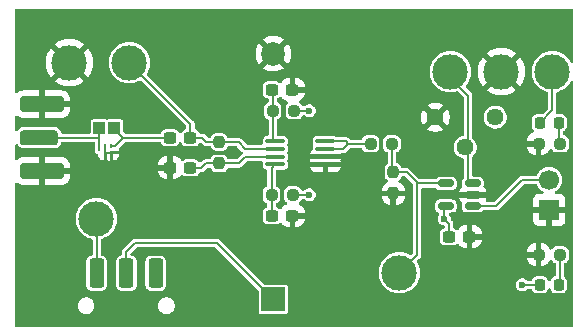
<source format=gbr>
%TF.GenerationSoftware,KiCad,Pcbnew,9.0.5*%
%TF.CreationDate,2025-11-29T16:59:50-06:00*%
%TF.ProjectId,RFIndicator,5246496e-6469-4636-9174-6f722e6b6963,rev?*%
%TF.SameCoordinates,Original*%
%TF.FileFunction,Copper,L1,Top*%
%TF.FilePolarity,Positive*%
%FSLAX46Y46*%
G04 Gerber Fmt 4.6, Leading zero omitted, Abs format (unit mm)*
G04 Created by KiCad (PCBNEW 9.0.5) date 2025-11-29 16:59:50*
%MOMM*%
%LPD*%
G01*
G04 APERTURE LIST*
G04 Aperture macros list*
%AMRoundRect*
0 Rectangle with rounded corners*
0 $1 Rounding radius*
0 $2 $3 $4 $5 $6 $7 $8 $9 X,Y pos of 4 corners*
0 Add a 4 corners polygon primitive as box body*
4,1,4,$2,$3,$4,$5,$6,$7,$8,$9,$2,$3,0*
0 Add four circle primitives for the rounded corners*
1,1,$1+$1,$2,$3*
1,1,$1+$1,$4,$5*
1,1,$1+$1,$6,$7*
1,1,$1+$1,$8,$9*
0 Add four rect primitives between the rounded corners*
20,1,$1+$1,$2,$3,$4,$5,0*
20,1,$1+$1,$4,$5,$6,$7,0*
20,1,$1+$1,$6,$7,$8,$9,0*
20,1,$1+$1,$8,$9,$2,$3,0*%
G04 Aperture macros list end*
%TA.AperFunction,SMDPad,CuDef*%
%ADD10R,0.250000X0.325000*%
%TD*%
%TA.AperFunction,SMDPad,CuDef*%
%ADD11RoundRect,0.218750X0.218750X0.256250X-0.218750X0.256250X-0.218750X-0.256250X0.218750X-0.256250X0*%
%TD*%
%TA.AperFunction,ComponentPad*%
%ADD12R,1.700000X1.700000*%
%TD*%
%TA.AperFunction,ComponentPad*%
%ADD13C,1.700000*%
%TD*%
%TA.AperFunction,SMDPad,CuDef*%
%ADD14RoundRect,0.237500X-0.300000X-0.237500X0.300000X-0.237500X0.300000X0.237500X-0.300000X0.237500X0*%
%TD*%
%TA.AperFunction,SMDPad,CuDef*%
%ADD15RoundRect,0.237500X0.250000X0.237500X-0.250000X0.237500X-0.250000X-0.237500X0.250000X-0.237500X0*%
%TD*%
%TA.AperFunction,ComponentPad*%
%ADD16C,1.440000*%
%TD*%
%TA.AperFunction,SMDPad,CuDef*%
%ADD17RoundRect,0.150000X0.512500X0.150000X-0.512500X0.150000X-0.512500X-0.150000X0.512500X-0.150000X0*%
%TD*%
%TA.AperFunction,ComponentPad*%
%ADD18C,3.000000*%
%TD*%
%TA.AperFunction,SMDPad,CuDef*%
%ADD19R,1.000000X1.000000*%
%TD*%
%TA.AperFunction,SMDPad,CuDef*%
%ADD20RoundRect,0.100000X-0.712500X-0.100000X0.712500X-0.100000X0.712500X0.100000X-0.712500X0.100000X0*%
%TD*%
%TA.AperFunction,SMDPad,CuDef*%
%ADD21RoundRect,0.250000X-0.375000X-1.000000X0.375000X-1.000000X0.375000X1.000000X-0.375000X1.000000X0*%
%TD*%
%TA.AperFunction,SMDPad,CuDef*%
%ADD22RoundRect,0.237500X-0.237500X0.250000X-0.237500X-0.250000X0.237500X-0.250000X0.237500X0.250000X0*%
%TD*%
%TA.AperFunction,SMDPad,CuDef*%
%ADD23RoundRect,0.237500X0.237500X-0.250000X0.237500X0.250000X-0.237500X0.250000X-0.237500X-0.250000X0*%
%TD*%
%TA.AperFunction,SMDPad,CuDef*%
%ADD24RoundRect,0.237500X-0.250000X-0.237500X0.250000X-0.237500X0.250000X0.237500X-0.250000X0.237500X0*%
%TD*%
%TA.AperFunction,SMDPad,CuDef*%
%ADD25RoundRect,0.250000X-1.600000X0.425000X-1.600000X-0.425000X1.600000X-0.425000X1.600000X0.425000X0*%
%TD*%
%TA.AperFunction,SMDPad,CuDef*%
%ADD26RoundRect,0.250000X-1.350000X0.385000X-1.350000X-0.385000X1.350000X-0.385000X1.350000X0.385000X0*%
%TD*%
%TA.AperFunction,SMDPad,CuDef*%
%ADD27RoundRect,0.237500X0.300000X0.237500X-0.300000X0.237500X-0.300000X-0.237500X0.300000X-0.237500X0*%
%TD*%
%TA.AperFunction,ComponentPad*%
%ADD28R,2.000000X2.000000*%
%TD*%
%TA.AperFunction,ComponentPad*%
%ADD29C,2.000000*%
%TD*%
%TA.AperFunction,ViaPad*%
%ADD30C,0.600000*%
%TD*%
%TA.AperFunction,Conductor*%
%ADD31C,0.200000*%
%TD*%
G04 APERTURE END LIST*
D10*
%TO.P,FL1,5*%
%TO.N,GND*%
X61476000Y-108645000D03*
%TO.P,FL1,4*%
%TO.N,Net-(C3-Pad1)*%
X61976000Y-108645000D03*
%TO.P,FL1,3*%
%TO.N,GND*%
X61976000Y-109220000D03*
%TO.P,FL1,2*%
X61476000Y-109220000D03*
%TO.P,FL1,1*%
%TO.N,Net-(J1-In)*%
X60976000Y-108932500D03*
%TD*%
D11*
%TO.P,D2,1,K*%
%TO.N,Net-(D2-K)*%
X99847500Y-120396000D03*
%TO.P,D2,2,A*%
%TO.N,VCC*%
X98272500Y-120396000D03*
%TD*%
D12*
%TO.P,J2,1,Pin_1*%
%TO.N,GND*%
X99060000Y-114051000D03*
D13*
%TO.P,J2,2,Pin_2*%
%TO.N,Net-(D1-A)*%
X99060000Y-111511000D03*
%TD*%
D11*
%TO.P,D1,1,K*%
%TO.N,Net-(D1-K)*%
X99847500Y-106680000D03*
%TO.P,D1,2,A*%
%TO.N,Net-(D1-A)*%
X98272500Y-106680000D03*
%TD*%
D14*
%TO.P,C2,1*%
%TO.N,VCC*%
X90577500Y-116332000D03*
%TO.P,C2,2*%
%TO.N,GND*%
X92302500Y-116332000D03*
%TD*%
D15*
%TO.P,R1,1*%
%TO.N,Net-(D1-K)*%
X99972500Y-108458000D03*
%TO.P,R1,2*%
%TO.N,GND*%
X98147500Y-108458000D03*
%TD*%
D16*
%TO.P,RV1,1,1*%
%TO.N,VCC*%
X94488000Y-106212000D03*
%TO.P,RV1,2,2*%
%TO.N,Net-(U1-+)*%
X91948000Y-108752000D03*
%TO.P,RV1,3,3*%
%TO.N,GND*%
X89408000Y-106212000D03*
%TD*%
D15*
%TO.P,R2,1*%
%TO.N,Net-(D2-K)*%
X99972500Y-117856000D03*
%TO.P,R2,2*%
%TO.N,GND*%
X98147500Y-117856000D03*
%TD*%
D17*
%TO.P,U1,1*%
%TO.N,Net-(D1-A)*%
X92577500Y-113726000D03*
%TO.P,U1,2,V-*%
%TO.N,GND*%
X92577500Y-112776000D03*
%TO.P,U1,3,+*%
%TO.N,Net-(U1-+)*%
X92577500Y-111826000D03*
%TO.P,U1,4,-*%
%TO.N,Net-(U1--)*%
X90302500Y-111826000D03*
%TO.P,U1,5,V+*%
%TO.N,VCC*%
X90302500Y-113726000D03*
%TD*%
D18*
%TO.P,TP5,1,1*%
%TO.N,Net-(D1-A)*%
X99314000Y-102362000D03*
%TD*%
%TO.P,TP4,1,1*%
%TO.N,Net-(U1-+)*%
X90678000Y-102362000D03*
%TD*%
%TO.P,TP6,1,1*%
%TO.N,GND*%
X94996000Y-102362000D03*
%TD*%
%TO.P,TP7,1,1*%
%TO.N,GND*%
X58420000Y-101600000D03*
%TD*%
%TO.P,TP3,1,1*%
%TO.N,Net-(U1--)*%
X86360000Y-119380000D03*
%TD*%
%TO.P,TP2,1,1*%
%TO.N,Net-(U2-INHI)*%
X63500000Y-101600000D03*
%TD*%
%TO.P,TP1,1,1*%
%TO.N,VCC*%
X60706000Y-114808000D03*
%TD*%
D19*
%TO.P,TP9,1,1*%
%TO.N,Net-(C3-Pad1)*%
X62246000Y-107154500D03*
%TD*%
%TO.P,TP8,1,1*%
%TO.N,Net-(J1-In)*%
X60976000Y-107154500D03*
%TD*%
D20*
%TO.P,U2,1,VPOS*%
%TO.N,Net-(C1-Pad2)*%
X75865500Y-108245000D03*
%TO.P,U2,2,INHI*%
%TO.N,Net-(U2-INHI)*%
X75865500Y-108895000D03*
%TO.P,U2,3,INLO*%
%TO.N,Net-(U2-INLO)*%
X75865500Y-109545000D03*
%TO.P,U2,4,VPOS*%
%TO.N,Net-(C5-Pad1)*%
X75865500Y-110195000D03*
%TO.P,U2,5,PWDN*%
%TO.N,GND*%
X80090500Y-110195000D03*
%TO.P,U2,6,COMM*%
X80090500Y-109545000D03*
%TO.P,U2,7,VSET*%
%TO.N,Net-(U2-VOUT)*%
X80090500Y-108895000D03*
%TO.P,U2,8,VOUT*%
X80090500Y-108245000D03*
%TD*%
D21*
%TO.P,SW1,1,A*%
%TO.N,VCC*%
X60746000Y-119424000D03*
%TO.P,SW1,2,B*%
%TO.N,Net-(BT1-+)*%
X63246000Y-119424000D03*
%TO.P,SW1,3,C*%
%TO.N,unconnected-(SW1-C-Pad3)*%
X65746000Y-119424000D03*
%TD*%
D22*
%TO.P,R7,1*%
%TO.N,Net-(U2-INHI)*%
X71120000Y-108307500D03*
%TO.P,R7,2*%
%TO.N,Net-(U2-INLO)*%
X71120000Y-110132500D03*
%TD*%
D23*
%TO.P,R6,1*%
%TO.N,GND*%
X85852000Y-112672500D03*
%TO.P,R6,2*%
%TO.N,Net-(U1--)*%
X85852000Y-110847500D03*
%TD*%
D24*
%TO.P,R5,1*%
%TO.N,Net-(U2-VOUT)*%
X83923500Y-108458000D03*
%TO.P,R5,2*%
%TO.N,Net-(U1--)*%
X85748500Y-108458000D03*
%TD*%
D15*
%TO.P,R4,1*%
%TO.N,VCC*%
X77366500Y-112776000D03*
%TO.P,R4,2*%
%TO.N,Net-(C5-Pad1)*%
X75541500Y-112776000D03*
%TD*%
%TO.P,R3,1*%
%TO.N,VCC*%
X77470000Y-105664000D03*
%TO.P,R3,2*%
%TO.N,Net-(C1-Pad2)*%
X75645000Y-105664000D03*
%TD*%
D25*
%TO.P,J1,2,Ext*%
%TO.N,GND*%
X56130000Y-105125000D03*
X56130000Y-110775000D03*
D26*
%TO.P,J1,1,In*%
%TO.N,Net-(J1-In)*%
X55880000Y-107950000D03*
%TD*%
D14*
%TO.P,C5,1*%
%TO.N,Net-(C5-Pad1)*%
X75591500Y-114554000D03*
%TO.P,C5,2*%
%TO.N,GND*%
X77316500Y-114554000D03*
%TD*%
%TO.P,C4,2*%
%TO.N,Net-(U2-INLO)*%
X68680500Y-110490000D03*
%TO.P,C4,1*%
%TO.N,GND*%
X66955500Y-110490000D03*
%TD*%
%TO.P,C3,1*%
%TO.N,Net-(C3-Pad1)*%
X66955500Y-107950000D03*
%TO.P,C3,2*%
%TO.N,Net-(U2-INHI)*%
X68680500Y-107950000D03*
%TD*%
D27*
%TO.P,C1,1*%
%TO.N,GND*%
X77316500Y-103886000D03*
%TO.P,C1,2*%
%TO.N,Net-(C1-Pad2)*%
X75591500Y-103886000D03*
%TD*%
D28*
%TO.P,BT1,1,+*%
%TO.N,Net-(BT1-+)*%
X75692000Y-121638000D03*
D29*
%TO.P,BT1,2,-*%
%TO.N,GND*%
X75692000Y-100838000D03*
%TD*%
D30*
%TO.N,GND*%
X78740000Y-103886000D03*
X77216000Y-102616000D03*
X77216000Y-115824000D03*
X78740000Y-114554000D03*
X78486000Y-110236000D03*
X78486000Y-109474000D03*
X81788000Y-110744000D03*
X81788000Y-109982000D03*
X93980000Y-112776000D03*
X91440000Y-112776000D03*
X92202000Y-117856000D03*
X93726000Y-116332000D03*
X100330000Y-110236000D03*
X97790000Y-110236000D03*
X96520000Y-108458000D03*
X58166000Y-108712000D03*
X59182000Y-108712000D03*
X60198000Y-108712000D03*
X60198000Y-109728000D03*
X60960000Y-110236000D03*
X61976000Y-110236000D03*
X62992000Y-109728000D03*
X63246000Y-108712000D03*
X64262000Y-108712000D03*
X65278000Y-108712000D03*
X66040000Y-108966000D03*
X67056000Y-108966000D03*
X68072000Y-108966000D03*
X69088000Y-108966000D03*
X70104000Y-108966000D03*
X70358000Y-111252000D03*
X71120000Y-111506000D03*
X72898000Y-110998000D03*
X73660000Y-110236000D03*
X74422000Y-110236000D03*
X76454000Y-111252000D03*
X77470000Y-110744000D03*
X77470000Y-109982000D03*
X77470000Y-109220000D03*
X77470000Y-108458000D03*
X77470000Y-107696000D03*
X76708000Y-107188000D03*
X74422000Y-108204000D03*
X73660000Y-108204000D03*
X72898000Y-107442000D03*
X71374000Y-107188000D03*
X70358000Y-107442000D03*
X69596000Y-106934000D03*
X66802000Y-106934000D03*
X65786000Y-107188000D03*
X64770000Y-107188000D03*
X63500000Y-107188000D03*
X63500000Y-106172000D03*
X62484000Y-105918000D03*
X61468000Y-105918000D03*
X60452000Y-105918000D03*
X59690000Y-106426000D03*
X59182000Y-107188000D03*
X58166000Y-107188000D03*
%TO.N,VCC*%
X96774000Y-120396000D03*
X90170000Y-114808000D03*
X78740000Y-105664000D03*
X78740000Y-112776000D03*
%TD*%
D31*
%TO.N,VCC*%
X77470000Y-105664000D02*
X78740000Y-105664000D01*
%TO.N,Net-(C1-Pad2)*%
X75645000Y-108024500D02*
X75865500Y-108245000D01*
X75645000Y-105664000D02*
X75645000Y-108024500D01*
X75645000Y-103939500D02*
X75591500Y-103886000D01*
X75645000Y-105664000D02*
X75645000Y-103939500D01*
%TO.N,Net-(C5-Pad1)*%
X75541500Y-110519000D02*
X75541500Y-112776000D01*
X75865500Y-110195000D02*
X75541500Y-110519000D01*
X75541500Y-114504000D02*
X75591500Y-114554000D01*
X75541500Y-112776000D02*
X75541500Y-114504000D01*
%TO.N,VCC*%
X77366500Y-112776000D02*
X78740000Y-112776000D01*
%TO.N,GND*%
X81351000Y-109545000D02*
X81534000Y-109728000D01*
X80090500Y-109545000D02*
X81351000Y-109545000D01*
X78486000Y-109474000D02*
X78557000Y-109545000D01*
X80090500Y-109545000D02*
X78557000Y-109545000D01*
X61476000Y-109220000D02*
X61976000Y-109220000D01*
X61476000Y-109974000D02*
X61468000Y-109982000D01*
X61476000Y-109220000D02*
X61476000Y-109974000D01*
X61476000Y-108645000D02*
X61476000Y-109220000D01*
%TO.N,VCC*%
X96774000Y-120396000D02*
X98272500Y-120396000D01*
X90577500Y-115215500D02*
X90170000Y-114808000D01*
X90577500Y-116332000D02*
X90577500Y-115215500D01*
X90170000Y-113858500D02*
X90302500Y-113726000D01*
X90170000Y-114808000D02*
X90170000Y-113858500D01*
%TO.N,Net-(U2-INHI)*%
X68680500Y-106780500D02*
X63500000Y-101600000D01*
X68680500Y-107950000D02*
X68680500Y-106780500D01*
%TO.N,Net-(U2-INLO)*%
X69953500Y-110132500D02*
X71120000Y-110132500D01*
X68680500Y-110490000D02*
X69596000Y-110490000D01*
X69596000Y-110490000D02*
X69953500Y-110132500D01*
%TO.N,Net-(U2-INHI)*%
X70028750Y-108307500D02*
X71120000Y-108307500D01*
X69671250Y-107950000D02*
X70028750Y-108307500D01*
X68680500Y-107950000D02*
X69671250Y-107950000D01*
%TO.N,Net-(U2-INLO)*%
X72747500Y-110132500D02*
X71120000Y-110132500D01*
X73335000Y-109545000D02*
X72747500Y-110132500D01*
X75865500Y-109545000D02*
X73335000Y-109545000D01*
%TO.N,Net-(U2-INHI)*%
X72747500Y-108307500D02*
X71120000Y-108307500D01*
X73335000Y-108895000D02*
X72747500Y-108307500D01*
X75865500Y-108895000D02*
X73335000Y-108895000D01*
%TO.N,Net-(C3-Pad1)*%
X62246000Y-107154500D02*
X62246000Y-107204000D01*
X62246000Y-107204000D02*
X62992000Y-107950000D01*
X62992000Y-107950000D02*
X66955500Y-107950000D01*
X62297000Y-108645000D02*
X62992000Y-107950000D01*
X61976000Y-108645000D02*
X62297000Y-108645000D01*
%TO.N,Net-(J1-In)*%
X60976000Y-107966000D02*
X60960000Y-107950000D01*
X60976000Y-108932500D02*
X60976000Y-107966000D01*
X60976000Y-107934000D02*
X60976000Y-107154500D01*
X60960000Y-107950000D02*
X60976000Y-107934000D01*
X55880000Y-107950000D02*
X60960000Y-107950000D01*
%TO.N,VCC*%
X60746000Y-119424000D02*
X60746000Y-114848000D01*
X60746000Y-114848000D02*
X60706000Y-114808000D01*
%TO.N,Net-(BT1-+)*%
X63246000Y-117602000D02*
X63246000Y-119424000D01*
X64008000Y-116840000D02*
X63246000Y-117602000D01*
X70894000Y-116840000D02*
X64008000Y-116840000D01*
X75692000Y-121638000D02*
X70894000Y-116840000D01*
%TO.N,Net-(U1--)*%
X87884000Y-111892000D02*
X87884000Y-117856000D01*
X87950000Y-111826000D02*
X87884000Y-111892000D01*
X87884000Y-117856000D02*
X86360000Y-119380000D01*
%TO.N,Net-(U1-+)*%
X92202000Y-104394000D02*
X92202000Y-108966000D01*
X90678000Y-102870000D02*
X92202000Y-104394000D01*
X92202000Y-111450500D02*
X92577500Y-111826000D01*
X92202000Y-108966000D02*
X92202000Y-111450500D01*
%TO.N,Net-(U1--)*%
X87950000Y-111826000D02*
X90302500Y-111826000D01*
X86971500Y-110847500D02*
X87950000Y-111826000D01*
X85852000Y-110847500D02*
X86971500Y-110847500D01*
X85748500Y-110744000D02*
X85852000Y-110847500D01*
X85748500Y-108458000D02*
X85748500Y-110744000D01*
%TO.N,Net-(U2-VOUT)*%
X80090500Y-108245000D02*
X81829000Y-108245000D01*
X81829000Y-108245000D02*
X82042000Y-108458000D01*
X82042000Y-108458000D02*
X83923500Y-108458000D01*
X81605000Y-108895000D02*
X82042000Y-108458000D01*
X80090500Y-108895000D02*
X81605000Y-108895000D01*
%TO.N,Net-(D2-K)*%
X99972500Y-120271000D02*
X99847500Y-120396000D01*
X99972500Y-117856000D02*
X99972500Y-120271000D01*
%TO.N,Net-(D1-K)*%
X99847500Y-108333000D02*
X99972500Y-108458000D01*
X99847500Y-106680000D02*
X99847500Y-108333000D01*
%TO.N,Net-(D1-A)*%
X99314000Y-105638500D02*
X98272500Y-106680000D01*
X99314000Y-102870000D02*
X99314000Y-105638500D01*
X96774000Y-111506000D02*
X96779000Y-111511000D01*
X96779000Y-111511000D02*
X99060000Y-111511000D01*
X94554000Y-113726000D02*
X96774000Y-111506000D01*
X92577500Y-113726000D02*
X94554000Y-113726000D01*
%TD*%
%TA.AperFunction,Conductor*%
%TO.N,GND*%
G36*
X101042539Y-97040185D02*
G01*
X101088294Y-97092989D01*
X101099500Y-97144500D01*
X101099500Y-101490802D01*
X101079815Y-101557841D01*
X101027011Y-101603596D01*
X100957853Y-101613540D01*
X100894297Y-101584515D01*
X100868113Y-101552802D01*
X100819675Y-101468905D01*
X100772611Y-101387388D01*
X100772608Y-101387385D01*
X100772607Y-101387382D01*
X100663154Y-101244742D01*
X100632919Y-101205339D01*
X100632918Y-101205338D01*
X100632911Y-101205330D01*
X100470670Y-101043089D01*
X100470661Y-101043081D01*
X100288617Y-100903392D01*
X100246060Y-100878822D01*
X100089888Y-100788656D01*
X100089876Y-100788650D01*
X99877887Y-100700842D01*
X99857905Y-100695488D01*
X99656238Y-100641452D01*
X99618215Y-100636446D01*
X99428741Y-100611500D01*
X99428734Y-100611500D01*
X99199266Y-100611500D01*
X99199258Y-100611500D01*
X98982715Y-100640009D01*
X98971762Y-100641452D01*
X98878076Y-100666554D01*
X98750112Y-100700842D01*
X98538123Y-100788650D01*
X98538109Y-100788657D01*
X98339382Y-100903392D01*
X98157338Y-101043081D01*
X97995081Y-101205338D01*
X97855392Y-101387382D01*
X97740657Y-101586109D01*
X97740650Y-101586123D01*
X97652842Y-101798112D01*
X97652842Y-101798113D01*
X97603757Y-101981305D01*
X97593453Y-102019759D01*
X97593451Y-102019770D01*
X97563500Y-102247258D01*
X97563500Y-102476741D01*
X97577196Y-102580767D01*
X97593452Y-102704238D01*
X97629855Y-102840097D01*
X97652842Y-102925887D01*
X97740650Y-103137876D01*
X97740657Y-103137890D01*
X97804443Y-103248370D01*
X97846114Y-103320548D01*
X97855392Y-103336617D01*
X97995081Y-103518661D01*
X97995089Y-103518670D01*
X98157330Y-103680911D01*
X98157338Y-103680918D01*
X98339382Y-103820607D01*
X98339385Y-103820608D01*
X98339388Y-103820611D01*
X98538112Y-103935344D01*
X98538114Y-103935344D01*
X98538118Y-103935347D01*
X98750103Y-104023154D01*
X98750113Y-104023158D01*
X98871595Y-104055708D01*
X98931253Y-104092071D01*
X98961783Y-104154918D01*
X98963500Y-104175482D01*
X98963500Y-105441956D01*
X98943815Y-105508995D01*
X98927181Y-105529637D01*
X98538637Y-105918181D01*
X98477314Y-105951666D01*
X98450956Y-105954500D01*
X98008855Y-105954500D01*
X97952975Y-105960509D01*
X97826552Y-106007662D01*
X97826549Y-106007664D01*
X97718528Y-106088528D01*
X97637664Y-106196549D01*
X97637662Y-106196552D01*
X97590509Y-106322975D01*
X97584500Y-106378855D01*
X97584500Y-106981144D01*
X97590509Y-107037024D01*
X97637662Y-107163447D01*
X97637664Y-107163450D01*
X97718528Y-107271472D01*
X97742717Y-107289579D01*
X97784588Y-107345511D01*
X97789574Y-107415202D01*
X97756089Y-107476526D01*
X97707411Y-107506552D01*
X97583699Y-107547546D01*
X97583688Y-107547551D01*
X97436965Y-107638052D01*
X97436961Y-107638055D01*
X97315055Y-107759961D01*
X97315052Y-107759965D01*
X97224551Y-107906688D01*
X97224546Y-107906699D01*
X97170319Y-108070347D01*
X97160000Y-108171345D01*
X97160000Y-108208000D01*
X98023500Y-108208000D01*
X98090539Y-108227685D01*
X98136294Y-108280489D01*
X98147500Y-108332000D01*
X98147500Y-108458000D01*
X98273500Y-108458000D01*
X98340539Y-108477685D01*
X98386294Y-108530489D01*
X98397500Y-108582000D01*
X98397500Y-109432999D01*
X98446640Y-109432999D01*
X98446654Y-109432998D01*
X98547652Y-109422680D01*
X98711300Y-109368453D01*
X98711311Y-109368448D01*
X98858034Y-109277947D01*
X98858038Y-109277944D01*
X98979944Y-109156038D01*
X98979947Y-109156034D01*
X99070448Y-109009311D01*
X99070451Y-109009303D01*
X99080873Y-108977853D01*
X99120645Y-108920407D01*
X99185160Y-108893583D01*
X99253936Y-108905897D01*
X99297846Y-108942543D01*
X99370242Y-109039251D01*
X99373884Y-109044116D01*
X99375733Y-109045500D01*
X99474816Y-109119674D01*
X99486222Y-109128212D01*
X99560816Y-109156034D01*
X99617700Y-109177251D01*
X99675809Y-109183499D01*
X99675826Y-109183500D01*
X100269174Y-109183500D01*
X100269190Y-109183499D01*
X100327299Y-109177251D01*
X100358697Y-109165540D01*
X100458778Y-109128212D01*
X100571116Y-109044116D01*
X100655212Y-108931778D01*
X100704251Y-108800299D01*
X100706563Y-108778793D01*
X100710499Y-108742190D01*
X100710500Y-108742173D01*
X100710500Y-108173826D01*
X100710499Y-108173809D01*
X100704251Y-108115700D01*
X100687335Y-108070347D01*
X100655212Y-107984222D01*
X100652715Y-107980887D01*
X100620720Y-107938147D01*
X100571116Y-107871884D01*
X100481004Y-107804426D01*
X100458780Y-107787789D01*
X100458778Y-107787788D01*
X100327299Y-107738749D01*
X100327290Y-107738748D01*
X100308740Y-107736753D01*
X100306622Y-107735875D01*
X100304353Y-107736202D01*
X100274496Y-107722566D01*
X100244190Y-107710012D01*
X100242883Y-107708129D01*
X100240797Y-107707177D01*
X100223051Y-107679563D01*
X100204344Y-107652618D01*
X100203875Y-107649725D01*
X100203023Y-107648399D01*
X100198000Y-107613464D01*
X100198000Y-107474031D01*
X100217685Y-107406992D01*
X100270489Y-107361237D01*
X100278657Y-107357853D01*
X100293450Y-107352336D01*
X100401472Y-107271472D01*
X100482336Y-107163450D01*
X100529491Y-107037022D01*
X100535053Y-106985287D01*
X100535499Y-106981144D01*
X100535500Y-106981129D01*
X100535500Y-106378870D01*
X100535499Y-106378855D01*
X100532645Y-106352318D01*
X100529491Y-106322978D01*
X100496437Y-106234356D01*
X100482337Y-106196552D01*
X100482335Y-106196549D01*
X100467689Y-106176984D01*
X100401472Y-106088528D01*
X100293450Y-106007664D01*
X100293447Y-106007662D01*
X100167024Y-105960509D01*
X100111144Y-105954500D01*
X100111130Y-105954500D01*
X99751055Y-105954500D01*
X99684016Y-105934815D01*
X99638261Y-105882011D01*
X99628317Y-105812853D01*
X99632250Y-105794984D01*
X99636409Y-105781070D01*
X99640614Y-105773788D01*
X99657667Y-105710144D01*
X99664500Y-105684644D01*
X99664500Y-104175482D01*
X99684185Y-104108443D01*
X99736989Y-104062688D01*
X99756396Y-104055710D01*
X99877887Y-104023158D01*
X100054503Y-103950001D01*
X100089881Y-103935347D01*
X100089881Y-103935346D01*
X100089888Y-103935344D01*
X100288612Y-103820611D01*
X100470661Y-103680919D01*
X100470665Y-103680914D01*
X100470670Y-103680911D01*
X100632911Y-103518670D01*
X100632914Y-103518665D01*
X100632919Y-103518661D01*
X100772611Y-103336612D01*
X100868113Y-103171196D01*
X100918680Y-103122981D01*
X100987287Y-103109758D01*
X101052152Y-103135726D01*
X101092680Y-103192641D01*
X101099500Y-103233197D01*
X101099500Y-123835500D01*
X101079815Y-123902539D01*
X101027011Y-123948294D01*
X100975500Y-123959500D01*
X53964500Y-123959500D01*
X53897461Y-123939815D01*
X53851706Y-123887011D01*
X53840500Y-123835500D01*
X53840500Y-122242995D01*
X59145499Y-122242995D01*
X59172418Y-122378322D01*
X59172421Y-122378332D01*
X59225221Y-122505804D01*
X59225228Y-122505817D01*
X59301885Y-122620541D01*
X59301888Y-122620545D01*
X59399454Y-122718111D01*
X59399458Y-122718114D01*
X59514182Y-122794771D01*
X59514195Y-122794778D01*
X59641667Y-122847578D01*
X59641672Y-122847580D01*
X59641676Y-122847580D01*
X59641677Y-122847581D01*
X59777004Y-122874500D01*
X59777007Y-122874500D01*
X59914995Y-122874500D01*
X60006041Y-122856389D01*
X60050328Y-122847580D01*
X60177811Y-122794775D01*
X60292542Y-122718114D01*
X60390114Y-122620542D01*
X60466775Y-122505811D01*
X60519580Y-122378328D01*
X60546500Y-122242995D01*
X65945499Y-122242995D01*
X65972418Y-122378322D01*
X65972421Y-122378332D01*
X66025221Y-122505804D01*
X66025228Y-122505817D01*
X66101885Y-122620541D01*
X66101888Y-122620545D01*
X66199454Y-122718111D01*
X66199458Y-122718114D01*
X66314182Y-122794771D01*
X66314195Y-122794778D01*
X66441667Y-122847578D01*
X66441672Y-122847580D01*
X66441676Y-122847580D01*
X66441677Y-122847581D01*
X66577004Y-122874500D01*
X66577007Y-122874500D01*
X66714995Y-122874500D01*
X66806041Y-122856389D01*
X66850328Y-122847580D01*
X66977811Y-122794775D01*
X67092542Y-122718114D01*
X67190114Y-122620542D01*
X67266775Y-122505811D01*
X67319580Y-122378328D01*
X67346500Y-122242993D01*
X67346500Y-122105007D01*
X67346500Y-122105004D01*
X67319581Y-121969677D01*
X67319580Y-121969676D01*
X67319580Y-121969672D01*
X67319578Y-121969667D01*
X67266778Y-121842195D01*
X67266771Y-121842182D01*
X67190114Y-121727458D01*
X67190111Y-121727454D01*
X67092545Y-121629888D01*
X67092541Y-121629885D01*
X66977817Y-121553228D01*
X66977804Y-121553221D01*
X66850332Y-121500421D01*
X66850322Y-121500418D01*
X66714995Y-121473500D01*
X66714993Y-121473500D01*
X66577007Y-121473500D01*
X66577005Y-121473500D01*
X66441677Y-121500418D01*
X66441667Y-121500421D01*
X66314195Y-121553221D01*
X66314182Y-121553228D01*
X66199458Y-121629885D01*
X66199454Y-121629888D01*
X66101888Y-121727454D01*
X66101885Y-121727458D01*
X66025228Y-121842182D01*
X66025221Y-121842195D01*
X65972421Y-121969667D01*
X65972418Y-121969677D01*
X65945500Y-122105004D01*
X65945500Y-122105007D01*
X65945500Y-122242993D01*
X65945500Y-122242995D01*
X65945499Y-122242995D01*
X60546500Y-122242995D01*
X60546500Y-122242993D01*
X60546500Y-122105007D01*
X60546500Y-122105004D01*
X60519581Y-121969677D01*
X60519580Y-121969676D01*
X60519580Y-121969672D01*
X60519578Y-121969667D01*
X60466778Y-121842195D01*
X60466771Y-121842182D01*
X60390114Y-121727458D01*
X60390111Y-121727454D01*
X60292545Y-121629888D01*
X60292541Y-121629885D01*
X60177817Y-121553228D01*
X60177804Y-121553221D01*
X60050332Y-121500421D01*
X60050322Y-121500418D01*
X59914995Y-121473500D01*
X59914993Y-121473500D01*
X59777007Y-121473500D01*
X59777005Y-121473500D01*
X59641677Y-121500418D01*
X59641667Y-121500421D01*
X59514195Y-121553221D01*
X59514182Y-121553228D01*
X59399458Y-121629885D01*
X59399454Y-121629888D01*
X59301888Y-121727454D01*
X59301885Y-121727458D01*
X59225228Y-121842182D01*
X59225221Y-121842195D01*
X59172421Y-121969667D01*
X59172418Y-121969677D01*
X59145500Y-122105004D01*
X59145500Y-122105007D01*
X59145500Y-122242993D01*
X59145500Y-122242995D01*
X59145499Y-122242995D01*
X53840500Y-122242995D01*
X53840500Y-114693258D01*
X58955500Y-114693258D01*
X58955500Y-114922741D01*
X58976232Y-115080209D01*
X58985452Y-115150238D01*
X59018413Y-115273251D01*
X59044842Y-115371887D01*
X59132650Y-115583876D01*
X59132657Y-115583890D01*
X59247392Y-115782617D01*
X59387081Y-115964661D01*
X59387089Y-115964670D01*
X59549330Y-116126911D01*
X59549338Y-116126918D01*
X59731382Y-116266607D01*
X59731385Y-116266608D01*
X59731388Y-116266611D01*
X59930112Y-116381344D01*
X59930117Y-116381346D01*
X59930123Y-116381349D01*
X60008429Y-116413784D01*
X60142113Y-116469158D01*
X60303594Y-116512426D01*
X60363254Y-116548791D01*
X60393783Y-116611638D01*
X60395500Y-116632201D01*
X60395500Y-117804336D01*
X60375815Y-117871375D01*
X60323011Y-117917130D01*
X60284754Y-117927626D01*
X60263516Y-117929909D01*
X60128671Y-117980202D01*
X60128664Y-117980206D01*
X60013455Y-118066452D01*
X60013452Y-118066455D01*
X59927206Y-118181664D01*
X59927202Y-118181671D01*
X59876908Y-118316517D01*
X59870529Y-118375853D01*
X59870501Y-118376123D01*
X59870500Y-118376135D01*
X59870500Y-120471870D01*
X59870501Y-120471876D01*
X59876908Y-120531483D01*
X59927202Y-120666328D01*
X59927206Y-120666335D01*
X60013452Y-120781544D01*
X60013455Y-120781547D01*
X60128664Y-120867793D01*
X60128671Y-120867797D01*
X60263517Y-120918091D01*
X60263516Y-120918091D01*
X60270444Y-120918835D01*
X60323127Y-120924500D01*
X61168872Y-120924499D01*
X61228483Y-120918091D01*
X61363331Y-120867796D01*
X61478546Y-120781546D01*
X61564796Y-120666331D01*
X61615091Y-120531483D01*
X61621500Y-120471873D01*
X61621499Y-118376135D01*
X62370500Y-118376135D01*
X62370500Y-120471870D01*
X62370501Y-120471876D01*
X62376908Y-120531483D01*
X62427202Y-120666328D01*
X62427206Y-120666335D01*
X62513452Y-120781544D01*
X62513455Y-120781547D01*
X62628664Y-120867793D01*
X62628671Y-120867797D01*
X62763517Y-120918091D01*
X62763516Y-120918091D01*
X62770444Y-120918835D01*
X62823127Y-120924500D01*
X63668872Y-120924499D01*
X63728483Y-120918091D01*
X63863331Y-120867796D01*
X63978546Y-120781546D01*
X64064796Y-120666331D01*
X64115091Y-120531483D01*
X64121500Y-120471873D01*
X64121499Y-118376135D01*
X64870500Y-118376135D01*
X64870500Y-120471870D01*
X64870501Y-120471876D01*
X64876908Y-120531483D01*
X64927202Y-120666328D01*
X64927206Y-120666335D01*
X65013452Y-120781544D01*
X65013455Y-120781547D01*
X65128664Y-120867793D01*
X65128671Y-120867797D01*
X65263517Y-120918091D01*
X65263516Y-120918091D01*
X65270444Y-120918835D01*
X65323127Y-120924500D01*
X66168872Y-120924499D01*
X66228483Y-120918091D01*
X66363331Y-120867796D01*
X66478546Y-120781546D01*
X66564796Y-120666331D01*
X66615091Y-120531483D01*
X66621500Y-120471873D01*
X66621499Y-118376128D01*
X66615091Y-118316517D01*
X66605791Y-118291583D01*
X66564797Y-118181671D01*
X66564793Y-118181664D01*
X66478547Y-118066455D01*
X66478544Y-118066452D01*
X66363335Y-117980206D01*
X66363328Y-117980202D01*
X66228482Y-117929908D01*
X66228483Y-117929908D01*
X66168883Y-117923501D01*
X66168881Y-117923500D01*
X66168873Y-117923500D01*
X66168864Y-117923500D01*
X65323129Y-117923500D01*
X65323123Y-117923501D01*
X65263516Y-117929908D01*
X65128671Y-117980202D01*
X65128664Y-117980206D01*
X65013455Y-118066452D01*
X65013452Y-118066455D01*
X64927206Y-118181664D01*
X64927202Y-118181671D01*
X64876908Y-118316517D01*
X64870529Y-118375853D01*
X64870501Y-118376123D01*
X64870500Y-118376135D01*
X64121499Y-118376135D01*
X64121499Y-118376128D01*
X64115091Y-118316517D01*
X64105791Y-118291583D01*
X64064797Y-118181671D01*
X64064793Y-118181664D01*
X63978547Y-118066455D01*
X63978544Y-118066452D01*
X63863335Y-117980206D01*
X63863328Y-117980202D01*
X63728483Y-117929908D01*
X63707243Y-117927625D01*
X63705124Y-117926747D01*
X63702853Y-117927074D01*
X63672997Y-117913439D01*
X63642692Y-117900886D01*
X63641384Y-117899002D01*
X63639297Y-117898049D01*
X63621554Y-117870441D01*
X63602845Y-117843493D01*
X63602375Y-117840598D01*
X63601523Y-117839271D01*
X63596500Y-117804336D01*
X63596500Y-117798544D01*
X63616185Y-117731505D01*
X63632819Y-117710863D01*
X64116863Y-117226819D01*
X64178186Y-117193334D01*
X64204544Y-117190500D01*
X70697456Y-117190500D01*
X70764495Y-117210185D01*
X70785137Y-117226819D01*
X74405181Y-120846863D01*
X74438666Y-120908186D01*
X74441500Y-120934544D01*
X74441500Y-122662678D01*
X74456032Y-122735735D01*
X74456033Y-122735739D01*
X74456034Y-122735740D01*
X74511399Y-122818601D01*
X74594260Y-122873966D01*
X74594264Y-122873967D01*
X74667321Y-122888499D01*
X74667324Y-122888500D01*
X74667326Y-122888500D01*
X76716676Y-122888500D01*
X76716677Y-122888499D01*
X76789740Y-122873966D01*
X76872601Y-122818601D01*
X76927966Y-122735740D01*
X76942500Y-122662674D01*
X76942500Y-120613326D01*
X76942500Y-120613323D01*
X76942499Y-120613321D01*
X76927967Y-120540264D01*
X76927966Y-120540260D01*
X76922101Y-120531482D01*
X76872601Y-120457399D01*
X76789740Y-120402034D01*
X76789739Y-120402033D01*
X76789735Y-120402032D01*
X76716677Y-120387500D01*
X76716674Y-120387500D01*
X74988544Y-120387500D01*
X74921505Y-120367815D01*
X74900863Y-120351181D01*
X73814940Y-119265258D01*
X84609500Y-119265258D01*
X84609500Y-119494741D01*
X84633432Y-119676509D01*
X84639452Y-119722238D01*
X84661502Y-119804529D01*
X84698842Y-119943887D01*
X84786650Y-120155876D01*
X84786657Y-120155890D01*
X84901392Y-120354617D01*
X85041081Y-120536661D01*
X85041089Y-120536670D01*
X85203330Y-120698911D01*
X85203338Y-120698918D01*
X85203339Y-120698919D01*
X85249077Y-120734015D01*
X85385382Y-120838607D01*
X85385385Y-120838608D01*
X85385388Y-120838611D01*
X85584112Y-120953344D01*
X85584117Y-120953346D01*
X85584123Y-120953349D01*
X85666504Y-120987472D01*
X85796113Y-121041158D01*
X86017762Y-121100548D01*
X86245266Y-121130500D01*
X86245273Y-121130500D01*
X86474727Y-121130500D01*
X86474734Y-121130500D01*
X86702238Y-121100548D01*
X86923887Y-121041158D01*
X87135888Y-120953344D01*
X87334612Y-120838611D01*
X87516661Y-120698919D01*
X87516665Y-120698914D01*
X87516670Y-120698911D01*
X87678911Y-120536670D01*
X87678914Y-120536665D01*
X87678919Y-120536661D01*
X87818611Y-120354612D01*
X87836559Y-120323525D01*
X96223500Y-120323525D01*
X96223500Y-120468475D01*
X96261016Y-120608485D01*
X96261017Y-120608488D01*
X96333488Y-120734011D01*
X96333490Y-120734013D01*
X96333491Y-120734015D01*
X96435985Y-120836509D01*
X96435986Y-120836510D01*
X96435988Y-120836511D01*
X96561511Y-120908982D01*
X96561512Y-120908982D01*
X96561515Y-120908984D01*
X96701525Y-120946500D01*
X96701528Y-120946500D01*
X96846472Y-120946500D01*
X96846475Y-120946500D01*
X96986485Y-120908984D01*
X97112015Y-120836509D01*
X97165705Y-120782819D01*
X97192632Y-120768115D01*
X97218451Y-120751523D01*
X97224651Y-120750631D01*
X97227028Y-120749334D01*
X97253386Y-120746500D01*
X97501981Y-120746500D01*
X97569020Y-120766185D01*
X97614775Y-120818989D01*
X97618163Y-120827166D01*
X97637663Y-120879449D01*
X97637664Y-120879450D01*
X97718528Y-120987472D01*
X97826549Y-121068335D01*
X97826552Y-121068337D01*
X97912914Y-121100548D01*
X97952978Y-121115491D01*
X97982318Y-121118645D01*
X98008855Y-121121499D01*
X98008870Y-121121500D01*
X98536130Y-121121500D01*
X98536144Y-121121499D01*
X98558023Y-121119146D01*
X98592022Y-121115491D01*
X98718450Y-121068336D01*
X98826472Y-120987472D01*
X98907336Y-120879450D01*
X98929887Y-120818989D01*
X98943818Y-120781638D01*
X98985689Y-120725704D01*
X99051153Y-120701287D01*
X99119426Y-120716139D01*
X99168832Y-120765544D01*
X99176182Y-120781638D01*
X99212662Y-120879447D01*
X99212664Y-120879450D01*
X99293528Y-120987472D01*
X99401549Y-121068335D01*
X99401552Y-121068337D01*
X99487914Y-121100548D01*
X99527978Y-121115491D01*
X99557318Y-121118645D01*
X99583855Y-121121499D01*
X99583870Y-121121500D01*
X100111130Y-121121500D01*
X100111144Y-121121499D01*
X100133023Y-121119146D01*
X100167022Y-121115491D01*
X100293450Y-121068336D01*
X100401472Y-120987472D01*
X100482336Y-120879450D01*
X100529491Y-120753022D01*
X100535309Y-120698911D01*
X100535499Y-120697144D01*
X100535500Y-120697129D01*
X100535500Y-120094870D01*
X100535499Y-120094855D01*
X100530158Y-120045184D01*
X100529491Y-120038978D01*
X100529490Y-120038975D01*
X100482337Y-119912552D01*
X100482333Y-119912545D01*
X100401474Y-119804529D01*
X100372689Y-119782981D01*
X100330818Y-119727047D01*
X100323000Y-119683714D01*
X100323000Y-118662948D01*
X100342685Y-118595909D01*
X100395489Y-118550154D01*
X100403645Y-118546775D01*
X100458778Y-118526212D01*
X100571116Y-118442116D01*
X100655212Y-118329778D01*
X100704251Y-118198299D01*
X100706039Y-118181669D01*
X100710499Y-118140190D01*
X100710500Y-118140173D01*
X100710500Y-117571826D01*
X100710499Y-117571809D01*
X100704251Y-117513700D01*
X100666813Y-117413326D01*
X100655212Y-117382222D01*
X100571116Y-117269884D01*
X100491368Y-117210185D01*
X100458780Y-117185789D01*
X100458778Y-117185788D01*
X100432144Y-117175854D01*
X100327299Y-117136748D01*
X100269190Y-117130500D01*
X100269174Y-117130500D01*
X99675826Y-117130500D01*
X99675809Y-117130500D01*
X99617700Y-117136748D01*
X99486219Y-117185789D01*
X99373883Y-117269884D01*
X99297846Y-117371456D01*
X99241912Y-117413326D01*
X99172220Y-117418310D01*
X99110897Y-117384824D01*
X99080874Y-117336147D01*
X99070454Y-117304701D01*
X99070448Y-117304688D01*
X98979947Y-117157965D01*
X98979944Y-117157961D01*
X98858038Y-117036055D01*
X98858034Y-117036052D01*
X98711311Y-116945551D01*
X98711300Y-116945546D01*
X98547652Y-116891319D01*
X98446654Y-116881000D01*
X98397500Y-116881000D01*
X98397500Y-118830999D01*
X98446640Y-118830999D01*
X98446654Y-118830998D01*
X98547652Y-118820680D01*
X98711300Y-118766453D01*
X98711311Y-118766448D01*
X98858034Y-118675947D01*
X98858038Y-118675944D01*
X98979944Y-118554038D01*
X98979947Y-118554034D01*
X99070448Y-118407311D01*
X99070451Y-118407303D01*
X99080873Y-118375853D01*
X99120645Y-118318407D01*
X99185160Y-118291583D01*
X99253936Y-118303897D01*
X99297846Y-118340543D01*
X99362789Y-118427295D01*
X99373884Y-118442116D01*
X99486222Y-118526212D01*
X99541334Y-118546767D01*
X99597266Y-118588636D01*
X99621684Y-118654101D01*
X99622000Y-118662948D01*
X99622000Y-119556177D01*
X99602315Y-119623216D01*
X99549511Y-119668971D01*
X99533127Y-119674587D01*
X99401552Y-119723662D01*
X99401549Y-119723664D01*
X99293528Y-119804528D01*
X99212664Y-119912549D01*
X99212662Y-119912552D01*
X99176182Y-120010361D01*
X99134311Y-120066295D01*
X99068846Y-120090712D01*
X99000573Y-120075860D01*
X98951168Y-120026455D01*
X98943818Y-120010361D01*
X98907337Y-119912552D01*
X98907335Y-119912549D01*
X98907332Y-119912545D01*
X98826472Y-119804528D01*
X98718450Y-119723664D01*
X98718447Y-119723662D01*
X98592024Y-119676509D01*
X98536144Y-119670500D01*
X98536130Y-119670500D01*
X98008870Y-119670500D01*
X98008855Y-119670500D01*
X97952975Y-119676509D01*
X97826552Y-119723662D01*
X97826549Y-119723664D01*
X97718528Y-119804528D01*
X97637664Y-119912549D01*
X97637663Y-119912550D01*
X97618163Y-119964834D01*
X97604892Y-119982560D01*
X97595694Y-120002703D01*
X97584362Y-120009985D01*
X97576291Y-120020767D01*
X97555545Y-120028504D01*
X97536916Y-120040477D01*
X97514997Y-120043628D01*
X97510827Y-120045184D01*
X97501981Y-120045500D01*
X97253386Y-120045500D01*
X97186347Y-120025815D01*
X97165705Y-120009181D01*
X97112017Y-119955493D01*
X97112011Y-119955488D01*
X96986488Y-119883017D01*
X96986489Y-119883017D01*
X96975006Y-119879940D01*
X96846475Y-119845500D01*
X96701525Y-119845500D01*
X96572993Y-119879940D01*
X96561511Y-119883017D01*
X96435988Y-119955488D01*
X96435982Y-119955493D01*
X96333493Y-120057982D01*
X96333488Y-120057988D01*
X96261017Y-120183511D01*
X96261016Y-120183515D01*
X96223500Y-120323525D01*
X87836559Y-120323525D01*
X87933344Y-120155888D01*
X88021158Y-119943887D01*
X88080548Y-119722238D01*
X88110500Y-119494734D01*
X88110500Y-119265266D01*
X88080548Y-119037762D01*
X88021158Y-118816113D01*
X87933344Y-118604112D01*
X87902191Y-118550154D01*
X87870461Y-118495195D01*
X87853988Y-118427295D01*
X87876841Y-118361268D01*
X87890167Y-118345514D01*
X87992029Y-118243652D01*
X88093028Y-118142654D01*
X97160001Y-118142654D01*
X97170319Y-118243652D01*
X97224546Y-118407300D01*
X97224551Y-118407311D01*
X97315052Y-118554034D01*
X97315055Y-118554038D01*
X97436961Y-118675944D01*
X97436965Y-118675947D01*
X97583688Y-118766448D01*
X97583699Y-118766453D01*
X97747347Y-118820680D01*
X97848351Y-118830999D01*
X97897499Y-118830998D01*
X97897500Y-118830998D01*
X97897500Y-118106000D01*
X97160001Y-118106000D01*
X97160001Y-118142654D01*
X88093028Y-118142654D01*
X88164469Y-118071213D01*
X88210614Y-117991288D01*
X88228777Y-117923501D01*
X88234500Y-117902144D01*
X88234500Y-117569345D01*
X97160000Y-117569345D01*
X97160000Y-117606000D01*
X97897500Y-117606000D01*
X97897500Y-116881000D01*
X97897499Y-116880999D01*
X97848361Y-116881000D01*
X97848343Y-116881001D01*
X97747347Y-116891319D01*
X97583699Y-116945546D01*
X97583688Y-116945551D01*
X97436965Y-117036052D01*
X97436961Y-117036055D01*
X97315055Y-117157961D01*
X97315052Y-117157965D01*
X97224551Y-117304688D01*
X97224546Y-117304699D01*
X97170319Y-117468347D01*
X97160000Y-117569345D01*
X88234500Y-117569345D01*
X88234500Y-113544475D01*
X89389500Y-113544475D01*
X89389500Y-113907517D01*
X89399061Y-113967884D01*
X89404354Y-114001304D01*
X89461950Y-114114342D01*
X89461952Y-114114344D01*
X89461954Y-114114347D01*
X89551652Y-114204045D01*
X89551654Y-114204046D01*
X89551658Y-114204050D01*
X89664694Y-114261645D01*
X89664698Y-114261647D01*
X89673980Y-114264663D01*
X89673182Y-114267116D01*
X89723244Y-114290843D01*
X89760180Y-114350152D01*
X89759188Y-114420014D01*
X89733419Y-114462757D01*
X89734438Y-114463539D01*
X89729488Y-114469988D01*
X89657017Y-114595511D01*
X89657016Y-114595515D01*
X89619500Y-114735525D01*
X89619500Y-114880475D01*
X89653772Y-115008379D01*
X89657017Y-115020488D01*
X89729488Y-115146011D01*
X89729490Y-115146013D01*
X89729491Y-115146015D01*
X89831985Y-115248509D01*
X89831986Y-115248510D01*
X89831988Y-115248511D01*
X89957511Y-115320982D01*
X89957512Y-115320982D01*
X89957515Y-115320984D01*
X90097525Y-115358500D01*
X90103000Y-115358500D01*
X90111685Y-115361050D01*
X90120647Y-115359762D01*
X90144687Y-115370740D01*
X90170039Y-115378185D01*
X90175966Y-115385025D01*
X90184203Y-115388787D01*
X90198492Y-115411021D01*
X90215794Y-115430989D01*
X90218081Y-115441503D01*
X90221977Y-115447565D01*
X90227000Y-115482500D01*
X90227000Y-115506401D01*
X90207315Y-115573440D01*
X90154511Y-115619195D01*
X90146335Y-115622582D01*
X90041221Y-115661788D01*
X89928884Y-115745884D01*
X89844789Y-115858219D01*
X89795748Y-115989700D01*
X89789500Y-116047809D01*
X89789500Y-116616190D01*
X89795748Y-116674299D01*
X89834854Y-116779144D01*
X89844788Y-116805778D01*
X89928884Y-116918116D01*
X90041222Y-117002212D01*
X90115816Y-117030034D01*
X90172700Y-117051251D01*
X90230809Y-117057499D01*
X90230826Y-117057500D01*
X90924174Y-117057500D01*
X90924190Y-117057499D01*
X90982299Y-117051251D01*
X91113778Y-117002212D01*
X91157302Y-116969630D01*
X91202945Y-116935462D01*
X91268409Y-116911044D01*
X91336682Y-116925895D01*
X91382794Y-116969630D01*
X91420054Y-117030037D01*
X91541961Y-117151944D01*
X91541965Y-117151947D01*
X91688688Y-117242448D01*
X91688699Y-117242453D01*
X91852347Y-117296680D01*
X91953351Y-117306999D01*
X92552500Y-117306999D01*
X92651640Y-117306999D01*
X92651654Y-117306998D01*
X92752652Y-117296680D01*
X92916300Y-117242453D01*
X92916311Y-117242448D01*
X93063034Y-117151947D01*
X93063038Y-117151944D01*
X93184944Y-117030038D01*
X93184947Y-117030034D01*
X93275448Y-116883311D01*
X93275453Y-116883300D01*
X93329680Y-116719652D01*
X93339999Y-116618654D01*
X93340000Y-116618641D01*
X93340000Y-116582000D01*
X92552500Y-116582000D01*
X92552500Y-117306999D01*
X91953351Y-117306999D01*
X92052500Y-117306998D01*
X92052500Y-116082000D01*
X92552500Y-116082000D01*
X93339999Y-116082000D01*
X93339999Y-116045360D01*
X93339998Y-116045345D01*
X93329680Y-115944347D01*
X93275453Y-115780699D01*
X93275448Y-115780688D01*
X93184947Y-115633965D01*
X93184944Y-115633961D01*
X93063038Y-115512055D01*
X93063034Y-115512052D01*
X92916311Y-115421551D01*
X92916300Y-115421546D01*
X92752652Y-115367319D01*
X92651654Y-115357000D01*
X92552500Y-115357000D01*
X92552500Y-116082000D01*
X92052500Y-116082000D01*
X92052500Y-115356999D01*
X91953360Y-115357000D01*
X91953344Y-115357001D01*
X91852347Y-115367319D01*
X91688699Y-115421546D01*
X91688688Y-115421551D01*
X91541965Y-115512052D01*
X91541961Y-115512055D01*
X91420054Y-115633962D01*
X91382794Y-115694370D01*
X91330845Y-115741094D01*
X91261883Y-115752315D01*
X91202945Y-115728538D01*
X91113780Y-115661789D01*
X91113778Y-115661788D01*
X91092196Y-115653738D01*
X91008665Y-115622582D01*
X90952732Y-115580711D01*
X90928316Y-115515246D01*
X90928000Y-115506401D01*
X90928000Y-115169358D01*
X90928000Y-115169356D01*
X90904114Y-115080212D01*
X90881042Y-115040250D01*
X90857972Y-115000291D01*
X90857968Y-115000286D01*
X90756819Y-114899137D01*
X90723334Y-114837814D01*
X90720500Y-114811456D01*
X90720500Y-114735527D01*
X90720500Y-114735525D01*
X90682984Y-114595515D01*
X90610509Y-114469985D01*
X90610508Y-114469984D01*
X90606445Y-114462946D01*
X90609410Y-114461233D01*
X90589919Y-114410817D01*
X90603957Y-114342372D01*
X90652771Y-114292382D01*
X90713489Y-114276499D01*
X90846517Y-114276499D01*
X90846518Y-114276499D01*
X90940304Y-114261646D01*
X91053342Y-114204050D01*
X91143050Y-114114342D01*
X91200646Y-114001304D01*
X91200646Y-114001302D01*
X91200647Y-114001301D01*
X91215499Y-113907524D01*
X91215500Y-113907519D01*
X91215499Y-113544482D01*
X91200646Y-113450696D01*
X91143050Y-113337658D01*
X91143046Y-113337654D01*
X91143045Y-113337652D01*
X91053347Y-113247954D01*
X91053344Y-113247952D01*
X91053342Y-113247950D01*
X90973303Y-113207168D01*
X90940301Y-113190352D01*
X90846524Y-113175500D01*
X89758482Y-113175500D01*
X89677519Y-113188323D01*
X89664696Y-113190354D01*
X89551658Y-113247950D01*
X89551657Y-113247951D01*
X89551652Y-113247954D01*
X89461954Y-113337652D01*
X89461951Y-113337657D01*
X89461950Y-113337658D01*
X89449488Y-113362116D01*
X89404352Y-113450698D01*
X89389500Y-113544475D01*
X88234500Y-113544475D01*
X88234500Y-113026001D01*
X91417704Y-113026001D01*
X91417899Y-113028486D01*
X91463718Y-113186198D01*
X91547314Y-113327552D01*
X91547321Y-113327561D01*
X91633460Y-113413700D01*
X91666945Y-113475023D01*
X91668253Y-113520773D01*
X91664500Y-113544475D01*
X91664500Y-113907517D01*
X91674061Y-113967884D01*
X91679354Y-114001304D01*
X91736950Y-114114342D01*
X91736952Y-114114344D01*
X91736954Y-114114347D01*
X91826652Y-114204045D01*
X91826654Y-114204046D01*
X91826658Y-114204050D01*
X91939694Y-114261645D01*
X91939698Y-114261647D01*
X92033475Y-114276499D01*
X92033481Y-114276500D01*
X93121518Y-114276499D01*
X93215304Y-114261646D01*
X93328342Y-114204050D01*
X93328347Y-114204045D01*
X93370436Y-114161957D01*
X93419574Y-114112819D01*
X93480897Y-114079334D01*
X93507255Y-114076500D01*
X94600142Y-114076500D01*
X94600144Y-114076500D01*
X94689288Y-114052614D01*
X94769212Y-114006470D01*
X96877863Y-111897819D01*
X96939186Y-111864334D01*
X96965544Y-111861500D01*
X97927481Y-111861500D01*
X97994520Y-111881185D01*
X98037966Y-111929205D01*
X98089942Y-112031214D01*
X98118768Y-112087788D01*
X98220586Y-112227928D01*
X98343072Y-112350414D01*
X98483212Y-112452232D01*
X98506213Y-112463951D01*
X98511244Y-112466515D01*
X98562040Y-112514490D01*
X98578835Y-112582311D01*
X98556297Y-112648446D01*
X98501582Y-112691897D01*
X98454949Y-112701000D01*
X98162155Y-112701000D01*
X98102627Y-112707401D01*
X98102620Y-112707403D01*
X97967913Y-112757645D01*
X97967906Y-112757649D01*
X97852812Y-112843809D01*
X97852809Y-112843812D01*
X97766649Y-112958906D01*
X97766645Y-112958913D01*
X97716403Y-113093620D01*
X97716401Y-113093627D01*
X97710000Y-113153155D01*
X97710000Y-113801000D01*
X98626988Y-113801000D01*
X98594075Y-113858007D01*
X98560000Y-113985174D01*
X98560000Y-114116826D01*
X98594075Y-114243993D01*
X98626988Y-114301000D01*
X97710000Y-114301000D01*
X97710000Y-114948844D01*
X97716401Y-115008372D01*
X97716403Y-115008379D01*
X97766645Y-115143086D01*
X97766649Y-115143093D01*
X97852809Y-115258187D01*
X97852812Y-115258190D01*
X97967906Y-115344350D01*
X97967913Y-115344354D01*
X98102620Y-115394596D01*
X98102627Y-115394598D01*
X98162155Y-115400999D01*
X98162172Y-115401000D01*
X98810000Y-115401000D01*
X98810000Y-114484012D01*
X98867007Y-114516925D01*
X98994174Y-114551000D01*
X99125826Y-114551000D01*
X99252993Y-114516925D01*
X99310000Y-114484012D01*
X99310000Y-115401000D01*
X99957828Y-115401000D01*
X99957844Y-115400999D01*
X100017372Y-115394598D01*
X100017379Y-115394596D01*
X100152086Y-115344354D01*
X100152093Y-115344350D01*
X100267187Y-115258190D01*
X100267190Y-115258187D01*
X100353350Y-115143093D01*
X100353354Y-115143086D01*
X100403596Y-115008379D01*
X100403598Y-115008372D01*
X100409999Y-114948844D01*
X100410000Y-114948827D01*
X100410000Y-114301000D01*
X99493012Y-114301000D01*
X99525925Y-114243993D01*
X99560000Y-114116826D01*
X99560000Y-113985174D01*
X99525925Y-113858007D01*
X99493012Y-113801000D01*
X100410000Y-113801000D01*
X100410000Y-113153172D01*
X100409999Y-113153155D01*
X100403598Y-113093627D01*
X100403596Y-113093620D01*
X100353354Y-112958913D01*
X100353350Y-112958906D01*
X100267190Y-112843812D01*
X100267187Y-112843809D01*
X100152093Y-112757649D01*
X100152086Y-112757645D01*
X100017379Y-112707403D01*
X100017372Y-112707401D01*
X99957844Y-112701000D01*
X99665051Y-112701000D01*
X99598012Y-112681315D01*
X99552257Y-112628511D01*
X99542313Y-112559353D01*
X99571338Y-112495797D01*
X99608756Y-112466515D01*
X99611471Y-112465131D01*
X99636788Y-112452232D01*
X99776928Y-112350414D01*
X99899414Y-112227928D01*
X100001232Y-112087788D01*
X100079873Y-111933445D01*
X100133402Y-111768701D01*
X100160500Y-111597611D01*
X100160500Y-111424389D01*
X100133402Y-111253299D01*
X100079873Y-111088555D01*
X100001232Y-110934212D01*
X99899414Y-110794072D01*
X99776928Y-110671586D01*
X99636788Y-110569768D01*
X99482445Y-110491127D01*
X99317701Y-110437598D01*
X99317699Y-110437597D01*
X99317698Y-110437597D01*
X99183445Y-110416334D01*
X99146611Y-110410500D01*
X98973389Y-110410500D01*
X98936555Y-110416334D01*
X98802302Y-110437597D01*
X98637552Y-110491128D01*
X98483211Y-110569768D01*
X98415756Y-110618778D01*
X98343072Y-110671586D01*
X98343070Y-110671588D01*
X98343069Y-110671588D01*
X98220588Y-110794069D01*
X98220588Y-110794070D01*
X98220586Y-110794072D01*
X98176859Y-110854256D01*
X98118768Y-110934211D01*
X98037966Y-111092795D01*
X97989991Y-111143591D01*
X97927481Y-111160500D01*
X96855125Y-111160500D01*
X96823034Y-111156275D01*
X96820148Y-111155501D01*
X96820144Y-111155501D01*
X96727856Y-111155501D01*
X96727850Y-111155501D01*
X96638714Y-111179384D01*
X96638713Y-111179385D01*
X96558791Y-111225527D01*
X96558786Y-111225531D01*
X94445137Y-113339181D01*
X94383814Y-113372666D01*
X94357456Y-113375500D01*
X93796724Y-113375500D01*
X93729685Y-113355815D01*
X93683930Y-113303011D01*
X93673986Y-113233853D01*
X93688233Y-113193375D01*
X93688185Y-113193354D01*
X93688486Y-113192658D01*
X93689992Y-113188380D01*
X93691280Y-113186200D01*
X93737100Y-113028486D01*
X93737295Y-113026001D01*
X93737295Y-113026000D01*
X91417705Y-113026000D01*
X91417704Y-113026001D01*
X88234500Y-113026001D01*
X88234500Y-112300500D01*
X88254185Y-112233461D01*
X88306989Y-112187706D01*
X88358500Y-112176500D01*
X89372745Y-112176500D01*
X89439784Y-112196185D01*
X89460426Y-112212819D01*
X89551652Y-112304045D01*
X89551654Y-112304046D01*
X89551658Y-112304050D01*
X89647749Y-112353011D01*
X89664698Y-112361647D01*
X89758475Y-112376499D01*
X89758481Y-112376500D01*
X90846518Y-112376499D01*
X90940304Y-112361646D01*
X91053342Y-112304050D01*
X91143050Y-112214342D01*
X91200646Y-112101304D01*
X91200646Y-112101302D01*
X91200647Y-112101301D01*
X91211282Y-112034147D01*
X91215500Y-112007519D01*
X91215499Y-111644482D01*
X91200646Y-111550696D01*
X91143050Y-111437658D01*
X91143046Y-111437654D01*
X91143045Y-111437652D01*
X91053347Y-111347954D01*
X91053344Y-111347952D01*
X91053342Y-111347950D01*
X90976517Y-111308805D01*
X90940301Y-111290352D01*
X90846524Y-111275500D01*
X89758482Y-111275500D01*
X89677519Y-111288323D01*
X89664696Y-111290354D01*
X89551658Y-111347950D01*
X89551657Y-111347951D01*
X89551652Y-111347954D01*
X89460426Y-111439181D01*
X89399103Y-111472666D01*
X89372745Y-111475500D01*
X88146544Y-111475500D01*
X88079505Y-111455815D01*
X88058863Y-111439181D01*
X87186713Y-110567031D01*
X87186708Y-110567027D01*
X87106790Y-110520887D01*
X87106789Y-110520886D01*
X87106788Y-110520886D01*
X87017644Y-110497000D01*
X87017643Y-110497000D01*
X86658949Y-110497000D01*
X86591910Y-110477315D01*
X86546155Y-110424511D01*
X86542773Y-110416349D01*
X86522212Y-110361222D01*
X86438116Y-110248884D01*
X86355687Y-110187178D01*
X86325780Y-110164789D01*
X86325778Y-110164788D01*
X86194299Y-110115749D01*
X86187031Y-110113038D01*
X86187489Y-110111808D01*
X86133772Y-110081223D01*
X86101384Y-110019313D01*
X86099000Y-109995116D01*
X86099000Y-109264948D01*
X86118685Y-109197909D01*
X86171489Y-109152154D01*
X86179645Y-109148775D01*
X86234778Y-109128212D01*
X86347116Y-109044116D01*
X86431212Y-108931778D01*
X86480251Y-108800299D01*
X86482563Y-108778793D01*
X86486499Y-108742190D01*
X86486500Y-108742173D01*
X86486500Y-108173826D01*
X86486499Y-108173809D01*
X86480251Y-108115700D01*
X86463335Y-108070347D01*
X86431212Y-107984222D01*
X86428715Y-107980887D01*
X86396720Y-107938147D01*
X86347116Y-107871884D01*
X86257004Y-107804426D01*
X86234780Y-107787789D01*
X86234778Y-107787788D01*
X86199996Y-107774815D01*
X86103299Y-107738748D01*
X86045190Y-107732500D01*
X86045174Y-107732500D01*
X85451826Y-107732500D01*
X85451809Y-107732500D01*
X85393700Y-107738748D01*
X85262219Y-107787789D01*
X85149884Y-107871884D01*
X85065789Y-107984219D01*
X85016748Y-108115700D01*
X85010500Y-108173809D01*
X85010500Y-108742190D01*
X85016748Y-108800299D01*
X85065789Y-108931780D01*
X85079523Y-108950126D01*
X85149884Y-109044116D01*
X85262222Y-109128212D01*
X85317334Y-109148767D01*
X85373266Y-109190636D01*
X85397684Y-109256101D01*
X85398000Y-109264948D01*
X85398000Y-110087912D01*
X85378315Y-110154951D01*
X85348312Y-110187178D01*
X85265884Y-110248883D01*
X85181789Y-110361219D01*
X85132748Y-110492700D01*
X85126500Y-110550809D01*
X85126500Y-111144190D01*
X85132748Y-111202299D01*
X85158651Y-111271745D01*
X85181788Y-111333778D01*
X85265884Y-111446116D01*
X85296461Y-111469005D01*
X85367455Y-111522153D01*
X85409326Y-111578087D01*
X85414310Y-111647778D01*
X85380824Y-111709101D01*
X85332150Y-111739124D01*
X85300703Y-111749545D01*
X85300688Y-111749551D01*
X85153965Y-111840052D01*
X85153961Y-111840055D01*
X85032055Y-111961961D01*
X85032052Y-111961965D01*
X84941551Y-112108688D01*
X84941546Y-112108699D01*
X84887319Y-112272347D01*
X84877000Y-112373345D01*
X84877000Y-112422500D01*
X86826999Y-112422500D01*
X86826999Y-112373360D01*
X86826998Y-112373345D01*
X86816680Y-112272347D01*
X86762453Y-112108699D01*
X86762448Y-112108688D01*
X86671947Y-111961965D01*
X86671944Y-111961961D01*
X86550038Y-111840055D01*
X86550034Y-111840052D01*
X86403311Y-111749551D01*
X86403302Y-111749547D01*
X86371850Y-111739125D01*
X86314406Y-111699352D01*
X86287583Y-111634836D01*
X86299898Y-111566060D01*
X86336542Y-111522153D01*
X86438116Y-111446116D01*
X86522212Y-111333778D01*
X86542768Y-111278664D01*
X86556037Y-111260939D01*
X86565236Y-111240797D01*
X86576567Y-111233514D01*
X86584639Y-111222733D01*
X86605384Y-111214995D01*
X86624014Y-111203023D01*
X86645932Y-111199871D01*
X86650103Y-111198316D01*
X86658949Y-111198000D01*
X86774956Y-111198000D01*
X86841995Y-111217685D01*
X86862637Y-111234319D01*
X87497181Y-111868863D01*
X87530666Y-111930186D01*
X87533500Y-111956544D01*
X87533500Y-117659455D01*
X87513815Y-117726494D01*
X87497181Y-117747136D01*
X87394485Y-117849832D01*
X87333162Y-117883317D01*
X87263470Y-117878333D01*
X87244804Y-117869538D01*
X87135891Y-117806657D01*
X87135876Y-117806650D01*
X86923887Y-117718842D01*
X86702238Y-117659452D01*
X86664215Y-117654446D01*
X86474741Y-117629500D01*
X86474734Y-117629500D01*
X86245266Y-117629500D01*
X86245258Y-117629500D01*
X86028715Y-117658009D01*
X86017762Y-117659452D01*
X85924076Y-117684554D01*
X85796112Y-117718842D01*
X85584123Y-117806650D01*
X85584109Y-117806657D01*
X85385382Y-117921392D01*
X85203338Y-118061081D01*
X85041081Y-118223338D01*
X84901392Y-118405382D01*
X84786657Y-118604109D01*
X84786650Y-118604123D01*
X84698842Y-118816112D01*
X84639453Y-119037759D01*
X84639451Y-119037770D01*
X84609500Y-119265258D01*
X73814940Y-119265258D01*
X71109213Y-116559531D01*
X71109208Y-116559527D01*
X71029290Y-116513387D01*
X71029289Y-116513386D01*
X71029288Y-116513386D01*
X70940144Y-116489500D01*
X63961856Y-116489500D01*
X63872712Y-116513386D01*
X63872709Y-116513387D01*
X63792791Y-116559527D01*
X63792786Y-116559531D01*
X62965531Y-117386786D01*
X62965527Y-117386791D01*
X62919387Y-117466709D01*
X62919386Y-117466712D01*
X62895500Y-117555856D01*
X62895500Y-117804336D01*
X62875815Y-117871375D01*
X62823011Y-117917130D01*
X62784754Y-117927626D01*
X62763516Y-117929909D01*
X62628671Y-117980202D01*
X62628664Y-117980206D01*
X62513455Y-118066452D01*
X62513452Y-118066455D01*
X62427206Y-118181664D01*
X62427202Y-118181671D01*
X62376908Y-118316517D01*
X62370529Y-118375853D01*
X62370501Y-118376123D01*
X62370500Y-118376135D01*
X61621499Y-118376135D01*
X61621499Y-118376128D01*
X61615091Y-118316517D01*
X61605791Y-118291583D01*
X61564797Y-118181671D01*
X61564793Y-118181664D01*
X61478547Y-118066455D01*
X61478544Y-118066452D01*
X61363335Y-117980206D01*
X61363328Y-117980202D01*
X61228483Y-117929908D01*
X61207243Y-117927625D01*
X61142692Y-117900886D01*
X61102845Y-117843493D01*
X61096500Y-117804336D01*
X61096500Y-116610764D01*
X61116185Y-116543725D01*
X61168989Y-116497970D01*
X61188399Y-116490992D01*
X61269887Y-116469158D01*
X61481888Y-116381344D01*
X61680612Y-116266611D01*
X61862661Y-116126919D01*
X61862665Y-116126914D01*
X61862670Y-116126911D01*
X62024911Y-115964670D01*
X62024914Y-115964665D01*
X62024919Y-115964661D01*
X62164611Y-115782612D01*
X62279344Y-115583888D01*
X62367158Y-115371887D01*
X62426548Y-115150238D01*
X62456500Y-114922734D01*
X62456500Y-114693266D01*
X62426548Y-114465762D01*
X62367158Y-114244113D01*
X62297730Y-114076499D01*
X62279349Y-114032123D01*
X62279346Y-114032117D01*
X62279344Y-114032112D01*
X62164611Y-113833388D01*
X62164608Y-113833385D01*
X62164607Y-113833382D01*
X62024918Y-113651338D01*
X62024911Y-113651330D01*
X61862670Y-113489089D01*
X61862661Y-113489081D01*
X61680617Y-113349392D01*
X61660291Y-113337657D01*
X61508080Y-113249778D01*
X61481890Y-113234657D01*
X61481876Y-113234650D01*
X61269887Y-113146842D01*
X61212715Y-113131523D01*
X61048238Y-113087452D01*
X61010215Y-113082446D01*
X60820741Y-113057500D01*
X60820734Y-113057500D01*
X60591266Y-113057500D01*
X60591258Y-113057500D01*
X60374715Y-113086009D01*
X60363762Y-113087452D01*
X60270076Y-113112554D01*
X60142112Y-113146842D01*
X59930123Y-113234650D01*
X59930109Y-113234657D01*
X59731382Y-113349392D01*
X59549338Y-113489081D01*
X59387081Y-113651338D01*
X59247392Y-113833382D01*
X59132657Y-114032109D01*
X59132650Y-114032123D01*
X59044842Y-114244112D01*
X58985453Y-114465759D01*
X58985451Y-114465770D01*
X58955500Y-114693258D01*
X53840500Y-114693258D01*
X53840500Y-111870523D01*
X53860185Y-111803484D01*
X53912989Y-111757729D01*
X53982147Y-111747785D01*
X54045703Y-111776810D01*
X54052181Y-111782842D01*
X54061654Y-111792315D01*
X54210875Y-111884356D01*
X54210880Y-111884358D01*
X54377302Y-111939505D01*
X54377309Y-111939506D01*
X54480019Y-111949999D01*
X55879999Y-111949999D01*
X56380000Y-111949999D01*
X57779972Y-111949999D01*
X57779986Y-111949998D01*
X57882697Y-111939505D01*
X58049119Y-111884358D01*
X58049124Y-111884356D01*
X58198345Y-111792315D01*
X58322315Y-111668345D01*
X58414356Y-111519124D01*
X58414358Y-111519119D01*
X58469505Y-111352697D01*
X58469506Y-111352690D01*
X58479999Y-111249986D01*
X58480000Y-111249973D01*
X58480000Y-111025000D01*
X56380000Y-111025000D01*
X56380000Y-111949999D01*
X55879999Y-111949999D01*
X55880000Y-111949998D01*
X55880000Y-110776654D01*
X65918001Y-110776654D01*
X65928319Y-110877652D01*
X65982546Y-111041300D01*
X65982551Y-111041311D01*
X66073052Y-111188034D01*
X66073055Y-111188038D01*
X66194961Y-111309944D01*
X66194965Y-111309947D01*
X66341688Y-111400448D01*
X66341699Y-111400453D01*
X66505347Y-111454680D01*
X66606351Y-111464999D01*
X66705500Y-111464998D01*
X66705500Y-110740000D01*
X65918001Y-110740000D01*
X65918001Y-110776654D01*
X55880000Y-110776654D01*
X55880000Y-110525000D01*
X56380000Y-110525000D01*
X58479999Y-110525000D01*
X58479999Y-110300028D01*
X58479998Y-110300011D01*
X58471089Y-110212797D01*
X58470123Y-110203345D01*
X65918000Y-110203345D01*
X65918000Y-110240000D01*
X66705500Y-110240000D01*
X66705500Y-109514999D01*
X66606360Y-109515000D01*
X66606344Y-109515001D01*
X66505347Y-109525319D01*
X66341699Y-109579546D01*
X66341688Y-109579551D01*
X66194965Y-109670052D01*
X66194961Y-109670055D01*
X66073055Y-109791961D01*
X66073052Y-109791965D01*
X65982551Y-109938688D01*
X65982546Y-109938699D01*
X65928319Y-110102347D01*
X65918000Y-110203345D01*
X58470123Y-110203345D01*
X58469505Y-110197302D01*
X58414358Y-110030880D01*
X58414356Y-110030875D01*
X58322315Y-109881654D01*
X58198345Y-109757684D01*
X58049124Y-109665643D01*
X58049119Y-109665641D01*
X57882697Y-109610494D01*
X57882690Y-109610493D01*
X57779986Y-109600000D01*
X56380000Y-109600000D01*
X56380000Y-110525000D01*
X55880000Y-110525000D01*
X55880000Y-109600000D01*
X54480028Y-109600000D01*
X54480012Y-109600001D01*
X54377302Y-109610494D01*
X54210880Y-109665641D01*
X54210875Y-109665643D01*
X54061654Y-109757684D01*
X54052181Y-109767158D01*
X53990858Y-109800643D01*
X53921166Y-109795659D01*
X53865233Y-109753787D01*
X53840816Y-109688323D01*
X53840500Y-109679477D01*
X53840500Y-108605859D01*
X53860185Y-108538820D01*
X53912989Y-108493065D01*
X53982147Y-108483121D01*
X54045703Y-108512146D01*
X54080681Y-108562525D01*
X54083470Y-108570000D01*
X54086204Y-108577332D01*
X54086206Y-108577335D01*
X54172452Y-108692544D01*
X54172455Y-108692547D01*
X54287664Y-108778793D01*
X54287671Y-108778797D01*
X54422517Y-108829091D01*
X54422516Y-108829091D01*
X54429444Y-108829835D01*
X54482127Y-108835500D01*
X57277872Y-108835499D01*
X57337483Y-108829091D01*
X57472331Y-108778796D01*
X57587546Y-108692546D01*
X57673796Y-108577331D01*
X57724091Y-108442483D01*
X57727450Y-108411244D01*
X57754188Y-108346693D01*
X57811581Y-108306845D01*
X57850739Y-108300500D01*
X60501500Y-108300500D01*
X60510185Y-108303050D01*
X60519147Y-108301762D01*
X60543187Y-108312740D01*
X60568539Y-108320185D01*
X60574466Y-108327025D01*
X60582703Y-108330787D01*
X60596992Y-108353021D01*
X60614294Y-108372989D01*
X60616581Y-108383503D01*
X60620477Y-108389565D01*
X60625500Y-108424500D01*
X60625500Y-108622327D01*
X60616062Y-108669778D01*
X60615033Y-108672261D01*
X60600500Y-108745323D01*
X60600500Y-109119678D01*
X60615032Y-109192735D01*
X60615033Y-109192739D01*
X60620876Y-109201483D01*
X60670399Y-109275601D01*
X60746356Y-109326353D01*
X60753260Y-109330966D01*
X60764544Y-109335640D01*
X60764081Y-109336756D01*
X60814770Y-109363270D01*
X60849345Y-109423985D01*
X60851958Y-109439247D01*
X60857401Y-109489873D01*
X60857403Y-109489879D01*
X60907645Y-109624586D01*
X60907649Y-109624593D01*
X60993809Y-109739687D01*
X60993812Y-109739690D01*
X61108906Y-109825850D01*
X61108913Y-109825854D01*
X61243620Y-109876096D01*
X61243627Y-109876098D01*
X61303155Y-109882499D01*
X61303172Y-109882500D01*
X61351000Y-109882500D01*
X61351000Y-109344000D01*
X61353550Y-109335314D01*
X61352262Y-109326353D01*
X61363240Y-109302312D01*
X61370685Y-109276961D01*
X61377525Y-109271033D01*
X61381287Y-109262797D01*
X61403521Y-109248507D01*
X61423489Y-109231206D01*
X61434003Y-109228918D01*
X61440065Y-109225023D01*
X61475000Y-109220000D01*
X61477000Y-109220000D01*
X61544039Y-109239685D01*
X61589794Y-109292489D01*
X61601000Y-109344000D01*
X61601000Y-109882500D01*
X61648828Y-109882500D01*
X61648841Y-109882499D01*
X61712743Y-109875628D01*
X61739257Y-109875628D01*
X61803158Y-109882499D01*
X61803172Y-109882500D01*
X61851000Y-109882500D01*
X62101000Y-109882500D01*
X62148828Y-109882500D01*
X62148844Y-109882499D01*
X62208372Y-109876098D01*
X62208379Y-109876096D01*
X62343086Y-109825854D01*
X62343093Y-109825850D01*
X62458187Y-109739690D01*
X62458190Y-109739687D01*
X62544350Y-109624593D01*
X62544354Y-109624586D01*
X62594596Y-109489879D01*
X62594598Y-109489872D01*
X62600999Y-109430344D01*
X62601000Y-109430327D01*
X62601000Y-109345000D01*
X62101000Y-109345000D01*
X62101000Y-109882500D01*
X61851000Y-109882500D01*
X61851000Y-109344000D01*
X61853550Y-109335314D01*
X61852262Y-109326353D01*
X61863240Y-109302312D01*
X61870685Y-109276961D01*
X61877525Y-109271033D01*
X61881287Y-109262797D01*
X61903521Y-109248507D01*
X61923489Y-109231206D01*
X61934003Y-109228918D01*
X61940065Y-109225023D01*
X61975000Y-109220000D01*
X61976000Y-109220000D01*
X61976000Y-109219000D01*
X61995685Y-109151961D01*
X62048489Y-109106206D01*
X62100000Y-109095000D01*
X62601000Y-109095000D01*
X62601000Y-109009672D01*
X62600999Y-109009655D01*
X62594598Y-108950127D01*
X62594598Y-108950126D01*
X62593369Y-108946831D01*
X62593173Y-108944096D01*
X62592814Y-108942576D01*
X62593060Y-108942517D01*
X62588382Y-108877140D01*
X62621860Y-108815821D01*
X63100862Y-108336818D01*
X63162185Y-108303334D01*
X63188543Y-108300500D01*
X66090713Y-108300500D01*
X66157752Y-108320185D01*
X66203507Y-108372989D01*
X66206895Y-108381168D01*
X66222785Y-108423773D01*
X66222787Y-108423777D01*
X66243929Y-108452019D01*
X66306884Y-108536116D01*
X66419222Y-108620212D01*
X66511594Y-108654665D01*
X66550700Y-108669251D01*
X66608809Y-108675499D01*
X66608826Y-108675500D01*
X67302174Y-108675500D01*
X67302190Y-108675499D01*
X67360299Y-108669251D01*
X67378938Y-108662299D01*
X67491778Y-108620212D01*
X67604116Y-108536116D01*
X67688212Y-108423778D01*
X67701819Y-108387295D01*
X67743690Y-108331364D01*
X67809154Y-108306947D01*
X67877427Y-108321799D01*
X67926832Y-108371205D01*
X67934178Y-108387288D01*
X67947788Y-108423777D01*
X67947789Y-108423780D01*
X67981351Y-108468612D01*
X68031884Y-108536116D01*
X68144222Y-108620212D01*
X68236594Y-108654665D01*
X68275700Y-108669251D01*
X68333809Y-108675499D01*
X68333826Y-108675500D01*
X69027174Y-108675500D01*
X69027190Y-108675499D01*
X69085299Y-108669251D01*
X69103938Y-108662299D01*
X69216778Y-108620212D01*
X69329116Y-108536116D01*
X69413212Y-108423778D01*
X69413213Y-108423776D01*
X69417226Y-108416427D01*
X69466630Y-108367021D01*
X69534902Y-108352168D01*
X69600367Y-108376583D01*
X69613735Y-108388167D01*
X69748281Y-108522712D01*
X69813538Y-108587969D01*
X69813541Y-108587970D01*
X69813544Y-108587973D01*
X69893456Y-108634111D01*
X69893457Y-108634111D01*
X69893462Y-108634114D01*
X69982606Y-108658000D01*
X70313051Y-108658000D01*
X70380090Y-108677685D01*
X70425845Y-108730489D01*
X70429226Y-108738650D01*
X70449788Y-108793778D01*
X70449789Y-108793780D01*
X70481020Y-108835499D01*
X70533884Y-108906116D01*
X70646222Y-108990212D01*
X70718234Y-109017071D01*
X70777700Y-109039251D01*
X70835809Y-109045499D01*
X70835826Y-109045500D01*
X71404174Y-109045500D01*
X71404190Y-109045499D01*
X71462299Y-109039251D01*
X71473487Y-109035078D01*
X71593778Y-108990212D01*
X71706116Y-108906116D01*
X71790212Y-108793778D01*
X71810768Y-108738664D01*
X71852639Y-108682733D01*
X71918103Y-108658316D01*
X71926949Y-108658000D01*
X72550956Y-108658000D01*
X72617995Y-108677685D01*
X72638637Y-108694319D01*
X73076636Y-109132318D01*
X73110121Y-109193641D01*
X73105137Y-109263333D01*
X73076636Y-109307680D01*
X72638637Y-109745681D01*
X72577314Y-109779166D01*
X72550956Y-109782000D01*
X71926949Y-109782000D01*
X71859910Y-109762315D01*
X71814155Y-109709511D01*
X71810773Y-109701349D01*
X71790212Y-109646222D01*
X71706116Y-109533884D01*
X71638612Y-109483351D01*
X71593780Y-109449789D01*
X71593778Y-109449788D01*
X71548765Y-109432999D01*
X71462299Y-109400748D01*
X71404190Y-109394500D01*
X71404174Y-109394500D01*
X70835826Y-109394500D01*
X70835809Y-109394500D01*
X70777700Y-109400748D01*
X70646219Y-109449789D01*
X70533884Y-109533884D01*
X70449789Y-109646219D01*
X70449788Y-109646222D01*
X70429231Y-109701335D01*
X70387361Y-109757267D01*
X70321897Y-109781684D01*
X70313051Y-109782000D01*
X69907356Y-109782000D01*
X69818212Y-109805886D01*
X69818211Y-109805886D01*
X69818209Y-109805887D01*
X69818206Y-109805888D01*
X69738294Y-109852026D01*
X69738284Y-109852034D01*
X69583276Y-110007040D01*
X69521953Y-110040524D01*
X69452261Y-110035539D01*
X69396330Y-109993669D01*
X69349650Y-109931315D01*
X69329116Y-109903884D01*
X69234184Y-109832818D01*
X69216780Y-109819789D01*
X69216778Y-109819788D01*
X69168092Y-109801629D01*
X69085299Y-109770748D01*
X69027190Y-109764500D01*
X69027174Y-109764500D01*
X68333826Y-109764500D01*
X68333809Y-109764500D01*
X68275700Y-109770748D01*
X68144219Y-109819789D01*
X68055054Y-109886539D01*
X67989590Y-109910956D01*
X67921317Y-109896104D01*
X67875204Y-109852369D01*
X67837943Y-109791960D01*
X67716038Y-109670055D01*
X67716034Y-109670052D01*
X67569311Y-109579551D01*
X67569300Y-109579546D01*
X67405652Y-109525319D01*
X67304654Y-109515000D01*
X67205500Y-109515000D01*
X67205500Y-111464999D01*
X67304640Y-111464999D01*
X67304654Y-111464998D01*
X67405652Y-111454680D01*
X67569300Y-111400453D01*
X67569311Y-111400448D01*
X67716034Y-111309947D01*
X67716038Y-111309944D01*
X67837945Y-111188037D01*
X67875204Y-111127631D01*
X67927152Y-111080906D01*
X67996114Y-111069683D01*
X68055052Y-111093460D01*
X68144222Y-111160212D01*
X68218816Y-111188034D01*
X68275700Y-111209251D01*
X68333809Y-111215499D01*
X68333826Y-111215500D01*
X69027174Y-111215500D01*
X69027190Y-111215499D01*
X69085299Y-111209251D01*
X69103938Y-111202299D01*
X69216778Y-111160212D01*
X69329116Y-111076116D01*
X69413212Y-110963778D01*
X69413214Y-110963773D01*
X69429105Y-110921168D01*
X69470976Y-110865234D01*
X69536440Y-110840816D01*
X69545287Y-110840500D01*
X69642142Y-110840500D01*
X69642144Y-110840500D01*
X69731288Y-110816614D01*
X69733700Y-110815220D01*
X69733719Y-110815216D01*
X69733717Y-110815211D01*
X69811212Y-110770470D01*
X70062362Y-110519318D01*
X70089289Y-110504615D01*
X70115108Y-110488023D01*
X70121308Y-110487131D01*
X70123685Y-110485834D01*
X70150043Y-110483000D01*
X70313051Y-110483000D01*
X70380090Y-110502685D01*
X70425845Y-110555489D01*
X70429226Y-110563650D01*
X70441884Y-110597586D01*
X70449789Y-110618780D01*
X70465988Y-110640419D01*
X70533884Y-110731116D01*
X70646222Y-110815212D01*
X70738594Y-110849665D01*
X70777700Y-110864251D01*
X70835809Y-110870499D01*
X70835826Y-110870500D01*
X71404174Y-110870500D01*
X71404190Y-110870499D01*
X71462299Y-110864251D01*
X71593778Y-110815212D01*
X71706116Y-110731116D01*
X71790212Y-110618778D01*
X71810768Y-110563664D01*
X71852639Y-110507733D01*
X71918103Y-110483316D01*
X71926949Y-110483000D01*
X72793642Y-110483000D01*
X72793644Y-110483000D01*
X72882788Y-110459114D01*
X72962712Y-110412970D01*
X73443863Y-109931819D01*
X73505186Y-109898334D01*
X73531544Y-109895500D01*
X74683345Y-109895500D01*
X74750384Y-109915185D01*
X74796139Y-109967989D01*
X74806083Y-110037147D01*
X74806050Y-110037376D01*
X74802500Y-110061743D01*
X74802500Y-110328260D01*
X74812426Y-110396391D01*
X74863803Y-110501485D01*
X74946514Y-110584196D01*
X74946515Y-110584196D01*
X74946517Y-110584198D01*
X75051607Y-110635573D01*
X75084878Y-110640420D01*
X75148377Y-110669562D01*
X75186042Y-110728411D01*
X75191000Y-110763124D01*
X75191000Y-111969050D01*
X75171315Y-112036089D01*
X75118511Y-112081844D01*
X75110335Y-112085231D01*
X75055221Y-112105788D01*
X74942884Y-112189884D01*
X74858789Y-112302219D01*
X74809748Y-112433700D01*
X74803500Y-112491809D01*
X74803500Y-113060190D01*
X74809748Y-113118299D01*
X74858789Y-113249780D01*
X74892351Y-113294612D01*
X74942884Y-113362116D01*
X75055222Y-113446212D01*
X75110334Y-113466767D01*
X75128058Y-113480035D01*
X75148203Y-113489235D01*
X75155484Y-113500565D01*
X75166266Y-113508636D01*
X75174004Y-113529383D01*
X75185977Y-113548013D01*
X75189128Y-113569930D01*
X75190684Y-113574101D01*
X75191000Y-113582948D01*
X75191000Y-113747050D01*
X75171315Y-113814089D01*
X75118511Y-113859844D01*
X75110335Y-113863231D01*
X75055221Y-113883788D01*
X74942884Y-113967884D01*
X74858789Y-114080219D01*
X74809748Y-114211700D01*
X74803500Y-114269809D01*
X74803500Y-114838190D01*
X74809748Y-114896299D01*
X74829347Y-114948844D01*
X74858788Y-115027778D01*
X74942884Y-115140116D01*
X75055222Y-115224212D01*
X75129816Y-115252034D01*
X75186700Y-115273251D01*
X75244809Y-115279499D01*
X75244826Y-115279500D01*
X75938174Y-115279500D01*
X75938190Y-115279499D01*
X75996299Y-115273251D01*
X76127778Y-115224212D01*
X76201054Y-115169358D01*
X76216945Y-115157462D01*
X76282409Y-115133044D01*
X76350682Y-115147895D01*
X76396794Y-115191630D01*
X76434054Y-115252037D01*
X76555961Y-115373944D01*
X76555965Y-115373947D01*
X76702688Y-115464448D01*
X76702699Y-115464453D01*
X76866347Y-115518680D01*
X76967351Y-115528999D01*
X77566500Y-115528999D01*
X77665640Y-115528999D01*
X77665654Y-115528998D01*
X77766652Y-115518680D01*
X77930300Y-115464453D01*
X77930311Y-115464448D01*
X78077034Y-115373947D01*
X78077038Y-115373944D01*
X78198944Y-115252038D01*
X78198947Y-115252034D01*
X78289448Y-115105311D01*
X78289453Y-115105300D01*
X78343680Y-114941652D01*
X78353999Y-114840654D01*
X78354000Y-114840641D01*
X78354000Y-114804000D01*
X77566500Y-114804000D01*
X77566500Y-115528999D01*
X76967351Y-115528999D01*
X77066500Y-115528998D01*
X77066500Y-114678000D01*
X77086185Y-114610961D01*
X77138989Y-114565206D01*
X77190500Y-114554000D01*
X77316500Y-114554000D01*
X77316500Y-114428000D01*
X77336185Y-114360961D01*
X77388989Y-114315206D01*
X77440500Y-114304000D01*
X78353999Y-114304000D01*
X78353999Y-114267360D01*
X78353998Y-114267345D01*
X78343680Y-114166347D01*
X78289453Y-114002699D01*
X78289448Y-114002688D01*
X78198947Y-113855965D01*
X78198944Y-113855961D01*
X78077038Y-113734055D01*
X78077034Y-113734052D01*
X77930311Y-113643551D01*
X77930298Y-113643545D01*
X77919219Y-113639874D01*
X77861775Y-113600100D01*
X77834954Y-113535583D01*
X77847271Y-113466807D01*
X77883912Y-113422904D01*
X77965116Y-113362116D01*
X78049212Y-113249778D01*
X78049892Y-113247954D01*
X78065105Y-113207168D01*
X78078373Y-113189442D01*
X78087574Y-113169297D01*
X78098906Y-113162014D01*
X78106976Y-113151234D01*
X78127721Y-113143495D01*
X78146352Y-113131523D01*
X78168269Y-113128371D01*
X78172440Y-113126816D01*
X78181287Y-113126500D01*
X78260614Y-113126500D01*
X78327653Y-113146185D01*
X78348295Y-113162819D01*
X78401985Y-113216509D01*
X78401986Y-113216510D01*
X78401988Y-113216511D01*
X78527511Y-113288982D01*
X78527512Y-113288982D01*
X78527515Y-113288984D01*
X78667525Y-113326500D01*
X78667528Y-113326500D01*
X78812472Y-113326500D01*
X78812475Y-113326500D01*
X78952485Y-113288984D01*
X79078015Y-113216509D01*
X79180509Y-113114015D01*
X79252984Y-112988485D01*
X79257494Y-112971654D01*
X84877001Y-112971654D01*
X84887319Y-113072652D01*
X84941546Y-113236300D01*
X84941551Y-113236311D01*
X85032052Y-113383034D01*
X85032055Y-113383038D01*
X85153961Y-113504944D01*
X85153965Y-113504947D01*
X85300688Y-113595448D01*
X85300699Y-113595453D01*
X85464347Y-113649680D01*
X85565352Y-113659999D01*
X85602000Y-113659999D01*
X86102000Y-113659999D01*
X86138640Y-113659999D01*
X86138654Y-113659998D01*
X86239652Y-113649680D01*
X86403300Y-113595453D01*
X86403311Y-113595448D01*
X86550034Y-113504947D01*
X86550038Y-113504944D01*
X86671944Y-113383038D01*
X86671947Y-113383034D01*
X86762448Y-113236311D01*
X86762453Y-113236300D01*
X86816680Y-113072652D01*
X86826999Y-112971654D01*
X86827000Y-112971641D01*
X86827000Y-112922500D01*
X86102000Y-112922500D01*
X86102000Y-113659999D01*
X85602000Y-113659999D01*
X85602000Y-112922500D01*
X84877001Y-112922500D01*
X84877001Y-112971654D01*
X79257494Y-112971654D01*
X79290500Y-112848475D01*
X79290500Y-112703525D01*
X79252984Y-112563515D01*
X79231323Y-112525998D01*
X79180511Y-112437988D01*
X79180506Y-112437982D01*
X79078017Y-112335493D01*
X79078011Y-112335488D01*
X78952488Y-112263017D01*
X78952489Y-112263017D01*
X78941006Y-112259940D01*
X78812475Y-112225500D01*
X78667525Y-112225500D01*
X78538993Y-112259940D01*
X78527511Y-112263017D01*
X78401988Y-112335488D01*
X78401982Y-112335493D01*
X78348295Y-112389181D01*
X78321367Y-112403884D01*
X78295549Y-112420477D01*
X78289348Y-112421368D01*
X78286972Y-112422666D01*
X78260614Y-112425500D01*
X78181287Y-112425500D01*
X78114248Y-112405815D01*
X78068493Y-112353011D01*
X78065105Y-112344832D01*
X78049214Y-112302226D01*
X78049212Y-112302222D01*
X78047923Y-112300500D01*
X77965116Y-112189884D01*
X77856667Y-112108699D01*
X77852780Y-112105789D01*
X77852778Y-112105788D01*
X77826144Y-112095854D01*
X77721299Y-112056748D01*
X77663190Y-112050500D01*
X77663174Y-112050500D01*
X77069826Y-112050500D01*
X77069809Y-112050500D01*
X77011700Y-112056748D01*
X76880219Y-112105789D01*
X76767884Y-112189884D01*
X76683789Y-112302219D01*
X76634748Y-112433700D01*
X76628500Y-112491809D01*
X76628500Y-113060190D01*
X76634748Y-113118299D01*
X76683789Y-113249780D01*
X76717351Y-113294612D01*
X76767884Y-113362116D01*
X76818403Y-113399934D01*
X76860273Y-113455867D01*
X76865257Y-113525559D01*
X76831772Y-113586882D01*
X76783095Y-113616906D01*
X76702699Y-113643546D01*
X76702688Y-113643551D01*
X76555965Y-113734052D01*
X76555961Y-113734055D01*
X76434054Y-113855962D01*
X76396794Y-113916370D01*
X76344845Y-113963094D01*
X76275883Y-113974315D01*
X76216945Y-113950538D01*
X76127782Y-113883790D01*
X76127779Y-113883789D01*
X76127778Y-113883788D01*
X76040125Y-113851095D01*
X75996297Y-113834748D01*
X75988757Y-113832967D01*
X75989281Y-113830747D01*
X75968457Y-113821237D01*
X75938127Y-113808649D01*
X75936845Y-113806800D01*
X75934797Y-113805865D01*
X75917031Y-113778221D01*
X75898318Y-113751229D01*
X75897858Y-113748387D01*
X75897023Y-113747087D01*
X75892000Y-113712152D01*
X75892000Y-113582948D01*
X75911685Y-113515909D01*
X75964489Y-113470154D01*
X75972645Y-113466775D01*
X76027778Y-113446212D01*
X76140116Y-113362116D01*
X76224212Y-113249778D01*
X76273251Y-113118299D01*
X76273712Y-113114011D01*
X76279499Y-113060190D01*
X76279500Y-113060173D01*
X76279500Y-112491826D01*
X76279499Y-112491809D01*
X76273251Y-112433700D01*
X76250739Y-112373345D01*
X76224212Y-112302222D01*
X76140116Y-112189884D01*
X76027778Y-112105788D01*
X76015748Y-112101301D01*
X75972665Y-112085231D01*
X75916732Y-112043359D01*
X75892316Y-111977894D01*
X75892000Y-111969050D01*
X75892000Y-110769500D01*
X75911685Y-110702461D01*
X75964489Y-110656706D01*
X76016000Y-110645500D01*
X76611261Y-110645500D01*
X76633971Y-110642191D01*
X76679393Y-110635573D01*
X76784483Y-110584198D01*
X76867198Y-110501483D01*
X76918573Y-110396393D01*
X76918776Y-110395001D01*
X78785988Y-110395001D01*
X78793442Y-110451627D01*
X78793444Y-110451633D01*
X78853899Y-110597585D01*
X78950075Y-110722924D01*
X79075413Y-110819100D01*
X79221365Y-110879554D01*
X79221369Y-110879555D01*
X79338676Y-110894999D01*
X79890499Y-110894999D01*
X80290500Y-110894999D01*
X80842324Y-110894999D01*
X80959628Y-110879557D01*
X80959633Y-110879555D01*
X81105585Y-110819100D01*
X81230924Y-110722924D01*
X81327100Y-110597586D01*
X81387555Y-110451631D01*
X81395012Y-110395000D01*
X80290500Y-110395000D01*
X80290500Y-110894999D01*
X79890499Y-110894999D01*
X79890500Y-110894998D01*
X79890500Y-110395000D01*
X78785990Y-110395000D01*
X78785988Y-110395001D01*
X76918776Y-110395001D01*
X76928500Y-110328260D01*
X76928500Y-110061740D01*
X76918776Y-109995000D01*
X78785987Y-109995000D01*
X81395010Y-109995000D01*
X81395011Y-109994998D01*
X81387558Y-109938377D01*
X81387555Y-109938368D01*
X81378892Y-109917453D01*
X81371423Y-109847983D01*
X81378892Y-109822546D01*
X81387556Y-109801629D01*
X81395012Y-109745000D01*
X78785990Y-109745000D01*
X78785988Y-109745001D01*
X78793442Y-109801627D01*
X78793443Y-109801629D01*
X78802108Y-109822549D01*
X78809576Y-109892018D01*
X78802109Y-109917449D01*
X78793443Y-109938370D01*
X78785987Y-109995000D01*
X76918776Y-109995000D01*
X76918573Y-109993607D01*
X76880969Y-109916686D01*
X76878285Y-109908459D01*
X76877492Y-109881842D01*
X76873010Y-109855587D01*
X76876370Y-109844142D01*
X76876206Y-109838621D01*
X76879695Y-109832818D01*
X76884769Y-109815540D01*
X76918573Y-109746393D01*
X76928500Y-109678260D01*
X76928500Y-109411740D01*
X76918776Y-109345000D01*
X78785987Y-109345000D01*
X79333358Y-109345000D01*
X79342326Y-109345325D01*
X79344739Y-109345500D01*
X79344740Y-109345500D01*
X80836261Y-109345500D01*
X80838674Y-109345325D01*
X80847642Y-109345000D01*
X81395010Y-109345000D01*
X81409243Y-109328770D01*
X81411134Y-109316648D01*
X81457515Y-109264393D01*
X81523306Y-109245500D01*
X81651142Y-109245500D01*
X81651144Y-109245500D01*
X81740288Y-109221614D01*
X81745876Y-109218387D01*
X81745880Y-109218386D01*
X81820205Y-109175474D01*
X81820204Y-109175474D01*
X81820212Y-109175470D01*
X82150862Y-108844818D01*
X82212185Y-108811334D01*
X82238543Y-108808500D01*
X83108713Y-108808500D01*
X83175752Y-108828185D01*
X83221507Y-108880989D01*
X83224895Y-108889168D01*
X83240785Y-108931773D01*
X83240787Y-108931777D01*
X83240788Y-108931778D01*
X83324884Y-109044116D01*
X83437222Y-109128212D01*
X83511816Y-109156034D01*
X83568700Y-109177251D01*
X83626809Y-109183499D01*
X83626826Y-109183500D01*
X84220174Y-109183500D01*
X84220190Y-109183499D01*
X84278299Y-109177251D01*
X84309697Y-109165540D01*
X84409778Y-109128212D01*
X84522116Y-109044116D01*
X84606212Y-108931778D01*
X84655251Y-108800299D01*
X84657563Y-108778793D01*
X84661499Y-108742190D01*
X84661500Y-108742173D01*
X84661500Y-108173826D01*
X84661499Y-108173809D01*
X84655251Y-108115700D01*
X84638335Y-108070347D01*
X84606212Y-107984222D01*
X84603715Y-107980887D01*
X84571720Y-107938147D01*
X84522116Y-107871884D01*
X84432004Y-107804426D01*
X84409780Y-107787789D01*
X84409778Y-107787788D01*
X84374996Y-107774815D01*
X84278299Y-107738748D01*
X84220190Y-107732500D01*
X84220174Y-107732500D01*
X83626826Y-107732500D01*
X83626809Y-107732500D01*
X83568700Y-107738748D01*
X83437219Y-107787789D01*
X83324884Y-107871884D01*
X83240787Y-107984222D01*
X83240785Y-107984226D01*
X83224895Y-108026832D01*
X83183024Y-108082766D01*
X83117560Y-108107184D01*
X83108713Y-108107500D01*
X82238544Y-108107500D01*
X82171505Y-108087815D01*
X82150863Y-108071181D01*
X82044213Y-107964531D01*
X82044208Y-107964527D01*
X81964290Y-107918387D01*
X81964289Y-107918386D01*
X81964288Y-107918386D01*
X81875144Y-107894500D01*
X81875143Y-107894500D01*
X81099544Y-107894500D01*
X81032505Y-107874815D01*
X81011863Y-107858181D01*
X81009485Y-107855803D01*
X80904391Y-107804426D01*
X80836261Y-107794500D01*
X80836260Y-107794500D01*
X79344740Y-107794500D01*
X79344739Y-107794500D01*
X79276608Y-107804426D01*
X79171514Y-107855803D01*
X79088803Y-107938514D01*
X79037426Y-108043608D01*
X79027500Y-108111739D01*
X79027500Y-108378260D01*
X79037426Y-108446392D01*
X79037426Y-108446393D01*
X79071230Y-108515541D01*
X79082988Y-108584414D01*
X79071230Y-108624459D01*
X79037426Y-108693606D01*
X79037426Y-108693607D01*
X79027500Y-108761739D01*
X79027500Y-108896514D01*
X79007815Y-108963553D01*
X78978987Y-108994889D01*
X78950078Y-109017071D01*
X78853899Y-109142413D01*
X78793444Y-109288368D01*
X78785987Y-109345000D01*
X76918776Y-109345000D01*
X76918573Y-109343607D01*
X76880969Y-109266686D01*
X76878285Y-109258459D01*
X76877492Y-109231842D01*
X76873010Y-109205587D01*
X76876370Y-109194142D01*
X76876206Y-109188621D01*
X76879695Y-109182818D01*
X76884769Y-109165540D01*
X76918573Y-109096393D01*
X76928500Y-109028260D01*
X76928500Y-108761740D01*
X76926108Y-108745326D01*
X76918573Y-108693608D01*
X76918572Y-108693606D01*
X76884768Y-108624458D01*
X76873010Y-108555587D01*
X76884769Y-108515540D01*
X76918573Y-108446393D01*
X76928500Y-108378260D01*
X76928500Y-108111740D01*
X76924278Y-108082766D01*
X76918573Y-108043608D01*
X76918573Y-108043607D01*
X76867198Y-107938517D01*
X76867196Y-107938515D01*
X76867196Y-107938514D01*
X76784485Y-107855803D01*
X76679391Y-107804426D01*
X76611261Y-107794500D01*
X76611260Y-107794500D01*
X76119500Y-107794500D01*
X76052461Y-107774815D01*
X76006706Y-107722011D01*
X75995500Y-107670500D01*
X75995500Y-106470948D01*
X76015185Y-106403909D01*
X76067989Y-106358154D01*
X76076145Y-106354775D01*
X76131278Y-106334212D01*
X76243616Y-106250116D01*
X76327712Y-106137778D01*
X76376751Y-106006299D01*
X76377212Y-106002011D01*
X76382999Y-105948190D01*
X76383000Y-105948173D01*
X76383000Y-105379826D01*
X76382999Y-105379809D01*
X76376751Y-105321700D01*
X76348591Y-105246202D01*
X76327712Y-105190222D01*
X76243616Y-105077884D01*
X76131278Y-104993788D01*
X76126484Y-104992000D01*
X76076165Y-104973231D01*
X76058440Y-104959962D01*
X76038297Y-104950763D01*
X76031014Y-104939430D01*
X76020232Y-104931359D01*
X76012494Y-104910613D01*
X76000523Y-104891985D01*
X75997371Y-104870063D01*
X75995816Y-104865894D01*
X75995500Y-104857050D01*
X75995500Y-104691643D01*
X76015185Y-104624604D01*
X76067989Y-104578849D01*
X76076146Y-104575469D01*
X76127778Y-104556212D01*
X76216945Y-104489462D01*
X76282409Y-104465044D01*
X76350682Y-104479895D01*
X76396794Y-104523630D01*
X76434054Y-104584037D01*
X76555961Y-104705944D01*
X76555965Y-104705947D01*
X76702688Y-104796448D01*
X76702699Y-104796453D01*
X76854838Y-104846867D01*
X76912283Y-104886640D01*
X76939106Y-104951155D01*
X76926791Y-105019931D01*
X76890146Y-105063839D01*
X76871384Y-105077883D01*
X76787289Y-105190219D01*
X76738248Y-105321700D01*
X76732000Y-105379809D01*
X76732000Y-105948190D01*
X76738248Y-106006299D01*
X76787289Y-106137780D01*
X76820851Y-106182612D01*
X76871384Y-106250116D01*
X76983722Y-106334212D01*
X77070006Y-106366394D01*
X77115200Y-106383251D01*
X77173309Y-106389499D01*
X77173326Y-106389500D01*
X77766674Y-106389500D01*
X77766690Y-106389499D01*
X77824799Y-106383251D01*
X77836585Y-106378855D01*
X77956278Y-106334212D01*
X78068616Y-106250116D01*
X78152712Y-106137778D01*
X78162038Y-106112773D01*
X78203907Y-106056841D01*
X78269371Y-106032422D01*
X78337644Y-106047272D01*
X78365901Y-106068425D01*
X78401985Y-106104509D01*
X78401986Y-106104510D01*
X78401988Y-106104511D01*
X78527511Y-106176982D01*
X78527512Y-106176982D01*
X78527515Y-106176984D01*
X78667525Y-106214500D01*
X78667528Y-106214500D01*
X78812472Y-106214500D01*
X78812475Y-106214500D01*
X78952485Y-106176984D01*
X79058140Y-106115984D01*
X88188000Y-106115984D01*
X88188000Y-106308015D01*
X88218040Y-106497684D01*
X88277383Y-106680321D01*
X88364561Y-106851415D01*
X88385798Y-106880646D01*
X89008000Y-106258445D01*
X89008000Y-106264661D01*
X89035259Y-106366394D01*
X89087920Y-106457606D01*
X89162394Y-106532080D01*
X89253606Y-106584741D01*
X89355339Y-106612000D01*
X89361554Y-106612000D01*
X88739351Y-107234200D01*
X88739352Y-107234201D01*
X88768577Y-107255434D01*
X88939678Y-107342616D01*
X89122315Y-107401959D01*
X89311985Y-107432000D01*
X89504015Y-107432000D01*
X89693684Y-107401959D01*
X89876321Y-107342616D01*
X90047419Y-107255436D01*
X90076646Y-107234201D01*
X90076646Y-107234200D01*
X89454447Y-106612000D01*
X89460661Y-106612000D01*
X89562394Y-106584741D01*
X89653606Y-106532080D01*
X89728080Y-106457606D01*
X89780741Y-106366394D01*
X89808000Y-106264661D01*
X89808000Y-106258446D01*
X90430200Y-106880646D01*
X90430201Y-106880646D01*
X90451436Y-106851419D01*
X90538616Y-106680321D01*
X90597959Y-106497684D01*
X90628000Y-106308015D01*
X90628000Y-106115984D01*
X90597959Y-105926315D01*
X90538616Y-105743678D01*
X90451434Y-105572577D01*
X90430201Y-105543352D01*
X90430200Y-105543351D01*
X89808000Y-106165552D01*
X89808000Y-106159339D01*
X89780741Y-106057606D01*
X89728080Y-105966394D01*
X89653606Y-105891920D01*
X89562394Y-105839259D01*
X89460661Y-105812000D01*
X89454447Y-105812000D01*
X90076646Y-105189798D01*
X90047415Y-105168561D01*
X89876321Y-105081383D01*
X89693684Y-105022040D01*
X89504015Y-104992000D01*
X89311985Y-104992000D01*
X89122315Y-105022040D01*
X88939678Y-105081383D01*
X88768578Y-105168564D01*
X88739352Y-105189798D01*
X88739351Y-105189798D01*
X89361554Y-105812000D01*
X89355339Y-105812000D01*
X89253606Y-105839259D01*
X89162394Y-105891920D01*
X89087920Y-105966394D01*
X89035259Y-106057606D01*
X89008000Y-106159339D01*
X89008000Y-106165553D01*
X88385798Y-105543351D01*
X88385798Y-105543352D01*
X88364564Y-105572578D01*
X88277383Y-105743678D01*
X88218040Y-105926315D01*
X88188000Y-106115984D01*
X79058140Y-106115984D01*
X79078015Y-106104509D01*
X79180509Y-106002015D01*
X79252984Y-105876485D01*
X79290500Y-105736475D01*
X79290500Y-105591525D01*
X79252984Y-105451515D01*
X79211584Y-105379809D01*
X79180511Y-105325988D01*
X79180506Y-105325982D01*
X79078017Y-105223493D01*
X79078011Y-105223488D01*
X78952488Y-105151017D01*
X78952489Y-105151017D01*
X78941006Y-105147940D01*
X78812475Y-105113500D01*
X78667525Y-105113500D01*
X78538993Y-105147940D01*
X78527511Y-105151017D01*
X78401988Y-105223488D01*
X78401981Y-105223494D01*
X78365900Y-105259575D01*
X78304577Y-105293060D01*
X78234885Y-105288074D01*
X78178952Y-105246202D01*
X78162038Y-105215225D01*
X78152714Y-105190226D01*
X78152712Y-105190222D01*
X78136499Y-105168564D01*
X78068616Y-105077884D01*
X77956278Y-104993788D01*
X77956277Y-104993787D01*
X77949178Y-104988473D01*
X77950696Y-104986444D01*
X77910755Y-104946507D01*
X77895899Y-104878235D01*
X77920313Y-104812769D01*
X77954487Y-104781535D01*
X78077039Y-104705943D01*
X78198944Y-104584038D01*
X78198947Y-104584034D01*
X78289448Y-104437311D01*
X78289453Y-104437300D01*
X78343680Y-104273652D01*
X78353999Y-104172654D01*
X78354000Y-104172641D01*
X78354000Y-104136000D01*
X77440500Y-104136000D01*
X77373461Y-104116315D01*
X77327706Y-104063511D01*
X77316500Y-104012000D01*
X77316500Y-103886000D01*
X77190500Y-103886000D01*
X77123461Y-103866315D01*
X77077706Y-103813511D01*
X77066500Y-103762000D01*
X77066500Y-103636000D01*
X77566500Y-103636000D01*
X78353999Y-103636000D01*
X78353999Y-103599360D01*
X78353998Y-103599345D01*
X78343680Y-103498347D01*
X78289453Y-103334699D01*
X78289448Y-103334688D01*
X78198947Y-103187965D01*
X78198944Y-103187961D01*
X78077038Y-103066055D01*
X78077034Y-103066052D01*
X77930311Y-102975551D01*
X77930300Y-102975546D01*
X77766652Y-102921319D01*
X77665654Y-102911000D01*
X77566500Y-102911000D01*
X77566500Y-103636000D01*
X77066500Y-103636000D01*
X77066500Y-102910999D01*
X76967360Y-102911000D01*
X76967344Y-102911001D01*
X76866347Y-102921319D01*
X76702699Y-102975546D01*
X76702688Y-102975551D01*
X76555965Y-103066052D01*
X76555961Y-103066055D01*
X76434054Y-103187962D01*
X76396794Y-103248370D01*
X76344845Y-103295094D01*
X76275883Y-103306315D01*
X76216945Y-103282538D01*
X76127782Y-103215790D01*
X76127779Y-103215789D01*
X76127778Y-103215788D01*
X76083484Y-103199267D01*
X75996299Y-103166748D01*
X75938190Y-103160500D01*
X75938174Y-103160500D01*
X75244826Y-103160500D01*
X75244809Y-103160500D01*
X75186700Y-103166748D01*
X75055219Y-103215789D01*
X74942884Y-103299884D01*
X74858789Y-103412219D01*
X74809748Y-103543700D01*
X74803500Y-103601809D01*
X74803500Y-104170190D01*
X74809748Y-104228299D01*
X74858789Y-104359780D01*
X74860451Y-104362000D01*
X74942884Y-104472116D01*
X75055222Y-104556212D01*
X75186701Y-104605251D01*
X75186702Y-104605251D01*
X75187863Y-104605525D01*
X75188147Y-104605485D01*
X75188636Y-104605708D01*
X75194243Y-104607033D01*
X75193979Y-104608148D01*
X75217987Y-104619112D01*
X75248298Y-104631665D01*
X75249609Y-104633554D01*
X75251703Y-104634510D01*
X75269442Y-104662113D01*
X75288151Y-104689054D01*
X75288621Y-104691956D01*
X75289477Y-104693288D01*
X75294500Y-104728223D01*
X75294500Y-104857050D01*
X75274815Y-104924089D01*
X75222011Y-104969844D01*
X75213835Y-104973231D01*
X75158721Y-104993788D01*
X75046384Y-105077884D01*
X74962289Y-105190219D01*
X74913248Y-105321700D01*
X74907000Y-105379809D01*
X74907000Y-105948190D01*
X74913248Y-106006299D01*
X74962289Y-106137780D01*
X74995851Y-106182612D01*
X75046384Y-106250116D01*
X75158722Y-106334212D01*
X75213834Y-106354767D01*
X75269766Y-106396636D01*
X75294184Y-106462101D01*
X75294500Y-106470948D01*
X75294500Y-107670500D01*
X75274815Y-107737539D01*
X75222011Y-107783294D01*
X75170500Y-107794500D01*
X75119739Y-107794500D01*
X75051608Y-107804426D01*
X74946514Y-107855803D01*
X74863803Y-107938514D01*
X74812426Y-108043608D01*
X74803164Y-108107184D01*
X74802500Y-108111740D01*
X74802500Y-108378260D01*
X74806050Y-108402624D01*
X74796235Y-108471801D01*
X74750579Y-108524690D01*
X74683576Y-108544500D01*
X73531544Y-108544500D01*
X73464505Y-108524815D01*
X73443863Y-108508181D01*
X72962713Y-108027031D01*
X72962708Y-108027027D01*
X72882791Y-107980887D01*
X72882789Y-107980886D01*
X72880015Y-107980143D01*
X72880015Y-107980142D01*
X72801108Y-107959000D01*
X72793644Y-107957000D01*
X72793643Y-107957000D01*
X71926949Y-107957000D01*
X71859910Y-107937315D01*
X71814155Y-107884511D01*
X71810773Y-107876349D01*
X71790212Y-107821222D01*
X71788394Y-107818794D01*
X71761819Y-107783294D01*
X71706116Y-107708884D01*
X71625318Y-107648399D01*
X71593780Y-107624789D01*
X71593778Y-107624788D01*
X71547966Y-107607701D01*
X71462299Y-107575748D01*
X71404190Y-107569500D01*
X71404174Y-107569500D01*
X70835826Y-107569500D01*
X70835809Y-107569500D01*
X70777700Y-107575748D01*
X70646219Y-107624789D01*
X70533884Y-107708884D01*
X70449789Y-107821219D01*
X70449788Y-107821222D01*
X70429231Y-107876335D01*
X70415962Y-107894060D01*
X70406764Y-107914203D01*
X70395432Y-107921485D01*
X70387361Y-107932267D01*
X70366615Y-107940004D01*
X70347986Y-107951977D01*
X70326067Y-107955128D01*
X70321897Y-107956684D01*
X70313051Y-107957000D01*
X70225293Y-107957000D01*
X70158254Y-107937315D01*
X70137612Y-107920681D01*
X70021358Y-107804427D01*
X69886462Y-107669530D01*
X69886461Y-107669529D01*
X69886458Y-107669527D01*
X69806540Y-107623387D01*
X69806539Y-107623386D01*
X69806538Y-107623386D01*
X69717394Y-107599500D01*
X69717393Y-107599500D01*
X69545287Y-107599500D01*
X69478248Y-107579815D01*
X69432493Y-107527011D01*
X69429105Y-107518832D01*
X69413214Y-107476226D01*
X69413212Y-107476222D01*
X69399209Y-107457516D01*
X69329116Y-107363884D01*
X69216778Y-107279788D01*
X69194482Y-107271472D01*
X69111665Y-107240582D01*
X69055732Y-107198711D01*
X69031316Y-107133246D01*
X69031000Y-107124401D01*
X69031000Y-106734358D01*
X69031000Y-106734356D01*
X69007114Y-106645212D01*
X68987939Y-106612000D01*
X68960973Y-106565294D01*
X68960970Y-106565291D01*
X68960969Y-106565288D01*
X68895712Y-106500031D01*
X66971142Y-104575461D01*
X65030167Y-102634485D01*
X64996682Y-102573162D01*
X65001666Y-102503470D01*
X65010457Y-102484811D01*
X65073344Y-102375888D01*
X65161158Y-102163887D01*
X65220548Y-101942238D01*
X65250500Y-101714734D01*
X65250500Y-101485266D01*
X65249216Y-101475517D01*
X65248346Y-101468905D01*
X65220548Y-101257762D01*
X65161158Y-101036113D01*
X65096006Y-100878822D01*
X65073349Y-100824123D01*
X65073346Y-100824117D01*
X65073344Y-100824112D01*
X65013204Y-100719947D01*
X74192000Y-100719947D01*
X74192000Y-100956052D01*
X74228934Y-101189247D01*
X74301897Y-101413802D01*
X74409087Y-101624174D01*
X74469338Y-101707104D01*
X74469340Y-101707105D01*
X75014421Y-101162024D01*
X75027359Y-101193258D01*
X75109437Y-101316097D01*
X75213903Y-101420563D01*
X75336742Y-101502641D01*
X75367974Y-101515578D01*
X74822893Y-102060658D01*
X74905828Y-102120914D01*
X75116197Y-102228102D01*
X75340752Y-102301065D01*
X75340751Y-102301065D01*
X75573948Y-102338000D01*
X75810052Y-102338000D01*
X76043247Y-102301065D01*
X76208846Y-102247258D01*
X88927500Y-102247258D01*
X88927500Y-102476741D01*
X88941196Y-102580767D01*
X88957452Y-102704238D01*
X88993855Y-102840097D01*
X89016842Y-102925887D01*
X89104650Y-103137876D01*
X89104657Y-103137890D01*
X89168443Y-103248370D01*
X89210114Y-103320548D01*
X89219392Y-103336617D01*
X89359081Y-103518661D01*
X89359089Y-103518670D01*
X89521330Y-103680911D01*
X89521338Y-103680918D01*
X89703382Y-103820607D01*
X89703385Y-103820608D01*
X89703388Y-103820611D01*
X89902112Y-103935344D01*
X89902117Y-103935346D01*
X89902123Y-103935349D01*
X89962829Y-103960494D01*
X90114113Y-104023158D01*
X90335762Y-104082548D01*
X90563266Y-104112500D01*
X90563273Y-104112500D01*
X90792727Y-104112500D01*
X90792734Y-104112500D01*
X91020238Y-104082548D01*
X91241887Y-104023158D01*
X91241887Y-104023157D01*
X91245809Y-104022107D01*
X91246301Y-104023946D01*
X91308387Y-104021275D01*
X91366281Y-104053963D01*
X91815181Y-104502863D01*
X91848666Y-104564186D01*
X91851500Y-104590544D01*
X91851500Y-107679917D01*
X91831815Y-107746956D01*
X91779011Y-107792711D01*
X91751692Y-107801534D01*
X91664921Y-107818794D01*
X91664911Y-107818797D01*
X91488299Y-107891951D01*
X91329339Y-107998164D01*
X91194164Y-108133339D01*
X91087951Y-108292299D01*
X91014797Y-108468911D01*
X91014794Y-108468921D01*
X90977500Y-108656411D01*
X90977500Y-108656414D01*
X90977500Y-108847586D01*
X90977500Y-108847588D01*
X90977499Y-108847588D01*
X91014794Y-109035078D01*
X91014797Y-109035088D01*
X91087951Y-109211700D01*
X91194164Y-109370660D01*
X91329339Y-109505835D01*
X91488299Y-109612048D01*
X91664911Y-109685202D01*
X91664916Y-109685204D01*
X91751694Y-109702465D01*
X91813601Y-109734848D01*
X91848176Y-109795563D01*
X91851500Y-109824081D01*
X91851500Y-111271745D01*
X91831815Y-111338784D01*
X91815181Y-111359426D01*
X91736954Y-111437652D01*
X91736951Y-111437657D01*
X91736950Y-111437658D01*
X91732640Y-111446117D01*
X91679352Y-111550698D01*
X91664500Y-111644475D01*
X91664500Y-112007522D01*
X91668254Y-112031224D01*
X91659296Y-112100517D01*
X91633462Y-112138298D01*
X91547318Y-112224442D01*
X91547314Y-112224447D01*
X91463718Y-112365801D01*
X91417899Y-112523513D01*
X91417704Y-112525998D01*
X91417705Y-112526000D01*
X93737295Y-112526000D01*
X93737295Y-112525998D01*
X93737100Y-112523513D01*
X93691281Y-112365801D01*
X93607685Y-112224447D01*
X93607678Y-112224438D01*
X93521538Y-112138298D01*
X93488053Y-112076975D01*
X93486746Y-112031219D01*
X93490500Y-112007519D01*
X93490499Y-111644482D01*
X93475646Y-111550696D01*
X93418050Y-111437658D01*
X93418046Y-111437654D01*
X93418045Y-111437652D01*
X93328347Y-111347954D01*
X93328344Y-111347952D01*
X93328342Y-111347950D01*
X93251517Y-111308805D01*
X93215301Y-111290352D01*
X93121524Y-111275500D01*
X93121519Y-111275500D01*
X92676500Y-111275500D01*
X92609461Y-111255815D01*
X92563706Y-111203011D01*
X92552500Y-111151500D01*
X92552500Y-109571358D01*
X92572185Y-109504319D01*
X92588819Y-109483677D01*
X92701834Y-109370661D01*
X92701835Y-109370660D01*
X92701837Y-109370658D01*
X92808046Y-109211704D01*
X92815321Y-109194142D01*
X92871712Y-109058000D01*
X92881204Y-109035084D01*
X92911856Y-108880989D01*
X92918500Y-108847588D01*
X92918500Y-108744654D01*
X97160001Y-108744654D01*
X97170319Y-108845652D01*
X97224546Y-109009300D01*
X97224551Y-109009311D01*
X97315052Y-109156034D01*
X97315055Y-109156038D01*
X97436961Y-109277944D01*
X97436965Y-109277947D01*
X97583688Y-109368448D01*
X97583699Y-109368453D01*
X97747347Y-109422680D01*
X97848351Y-109432999D01*
X97897499Y-109432998D01*
X97897500Y-109432998D01*
X97897500Y-108708000D01*
X97160001Y-108708000D01*
X97160001Y-108744654D01*
X92918500Y-108744654D01*
X92918500Y-108656411D01*
X92881205Y-108468921D01*
X92881204Y-108468920D01*
X92881204Y-108468916D01*
X92881202Y-108468911D01*
X92808048Y-108292299D01*
X92701835Y-108133339D01*
X92588819Y-108020323D01*
X92555334Y-107959000D01*
X92552500Y-107932642D01*
X92552500Y-106307588D01*
X93517499Y-106307588D01*
X93554794Y-106495078D01*
X93554797Y-106495088D01*
X93627951Y-106671700D01*
X93734164Y-106830660D01*
X93869339Y-106965835D01*
X94028299Y-107072048D01*
X94204911Y-107145202D01*
X94204916Y-107145204D01*
X94204920Y-107145204D01*
X94204921Y-107145205D01*
X94392411Y-107182500D01*
X94392414Y-107182500D01*
X94583588Y-107182500D01*
X94709729Y-107157408D01*
X94771084Y-107145204D01*
X94859394Y-107108625D01*
X94947700Y-107072048D01*
X94947701Y-107072047D01*
X94947704Y-107072046D01*
X95106658Y-106965837D01*
X95241837Y-106830658D01*
X95348046Y-106671704D01*
X95359020Y-106645212D01*
X95384625Y-106583394D01*
X95421204Y-106495084D01*
X95446802Y-106366394D01*
X95458500Y-106307588D01*
X95458500Y-106116411D01*
X95421205Y-105928921D01*
X95421204Y-105928920D01*
X95421204Y-105928916D01*
X95420127Y-105926315D01*
X95348048Y-105752299D01*
X95241835Y-105593339D01*
X95106660Y-105458164D01*
X94947700Y-105351951D01*
X94771088Y-105278797D01*
X94771078Y-105278794D01*
X94583588Y-105241500D01*
X94583586Y-105241500D01*
X94392414Y-105241500D01*
X94392412Y-105241500D01*
X94204921Y-105278794D01*
X94204911Y-105278797D01*
X94028299Y-105351951D01*
X93869339Y-105458164D01*
X93734164Y-105593339D01*
X93627951Y-105752299D01*
X93554797Y-105928911D01*
X93554794Y-105928921D01*
X93517500Y-106116411D01*
X93517500Y-106116414D01*
X93517500Y-106307586D01*
X93517500Y-106307588D01*
X93517499Y-106307588D01*
X92552500Y-106307588D01*
X92552500Y-104347858D01*
X92552500Y-104347856D01*
X92528614Y-104258712D01*
X92511055Y-104228299D01*
X92482469Y-104178787D01*
X91997312Y-103693630D01*
X91963827Y-103632307D01*
X91968811Y-103562615D01*
X91994786Y-103522205D01*
X91994235Y-103521722D01*
X91996910Y-103518669D01*
X91996919Y-103518661D01*
X92136611Y-103336612D01*
X92251344Y-103137888D01*
X92339158Y-102925887D01*
X92398548Y-102704238D01*
X92428500Y-102476734D01*
X92428500Y-102247266D01*
X92426346Y-102230905D01*
X92996000Y-102230905D01*
X92996000Y-102493094D01*
X93030220Y-102753009D01*
X93030222Y-102753020D01*
X93098075Y-103006255D01*
X93198404Y-103248471D01*
X93198409Y-103248482D01*
X93329488Y-103475516D01*
X93329494Y-103475524D01*
X93416080Y-103588365D01*
X94318421Y-102686024D01*
X94331359Y-102717258D01*
X94413437Y-102840097D01*
X94517903Y-102944563D01*
X94640742Y-103026641D01*
X94671974Y-103039577D01*
X93769633Y-103941917D01*
X93769633Y-103941918D01*
X93882475Y-104028505D01*
X93882483Y-104028511D01*
X94109517Y-104159590D01*
X94109528Y-104159595D01*
X94351744Y-104259924D01*
X94604979Y-104327777D01*
X94604990Y-104327779D01*
X94864905Y-104361999D01*
X94864920Y-104362000D01*
X95127080Y-104362000D01*
X95127094Y-104361999D01*
X95387009Y-104327779D01*
X95387020Y-104327777D01*
X95640255Y-104259924D01*
X95882471Y-104159595D01*
X95882482Y-104159590D01*
X96109516Y-104028511D01*
X96109534Y-104028499D01*
X96222365Y-103941919D01*
X96222365Y-103941917D01*
X95320025Y-103039578D01*
X95351258Y-103026641D01*
X95474097Y-102944563D01*
X95578563Y-102840097D01*
X95660641Y-102717258D01*
X95673577Y-102686025D01*
X96575917Y-103588365D01*
X96575919Y-103588365D01*
X96662499Y-103475534D01*
X96662511Y-103475516D01*
X96793590Y-103248482D01*
X96793595Y-103248471D01*
X96893924Y-103006255D01*
X96961777Y-102753020D01*
X96961779Y-102753009D01*
X96995999Y-102493094D01*
X96996000Y-102493080D01*
X96996000Y-102230919D01*
X96995999Y-102230905D01*
X96961779Y-101970990D01*
X96961777Y-101970979D01*
X96893924Y-101717744D01*
X96793595Y-101475528D01*
X96793590Y-101475517D01*
X96662511Y-101248483D01*
X96662505Y-101248475D01*
X96575918Y-101135633D01*
X96575917Y-101135633D01*
X95673577Y-102037973D01*
X95660641Y-102006742D01*
X95578563Y-101883903D01*
X95474097Y-101779437D01*
X95351258Y-101697359D01*
X95320023Y-101684421D01*
X96222365Y-100782080D01*
X96109524Y-100695494D01*
X96109516Y-100695488D01*
X95882482Y-100564409D01*
X95882471Y-100564404D01*
X95640255Y-100464075D01*
X95387020Y-100396222D01*
X95387009Y-100396220D01*
X95127094Y-100362000D01*
X94864905Y-100362000D01*
X94604990Y-100396220D01*
X94604979Y-100396222D01*
X94351744Y-100464075D01*
X94109528Y-100564404D01*
X94109517Y-100564409D01*
X93882471Y-100695496D01*
X93769633Y-100782079D01*
X93769633Y-100782080D01*
X94671974Y-101684421D01*
X94640742Y-101697359D01*
X94517903Y-101779437D01*
X94413437Y-101883903D01*
X94331359Y-102006742D01*
X94318421Y-102037974D01*
X93416080Y-101135633D01*
X93416079Y-101135633D01*
X93329496Y-101248471D01*
X93198409Y-101475517D01*
X93198404Y-101475528D01*
X93098075Y-101717744D01*
X93030222Y-101970979D01*
X93030220Y-101970990D01*
X92996000Y-102230905D01*
X92426346Y-102230905D01*
X92398548Y-102019762D01*
X92339158Y-101798113D01*
X92267108Y-101624169D01*
X92251349Y-101586123D01*
X92251346Y-101586117D01*
X92251344Y-101586112D01*
X92136611Y-101387388D01*
X92136608Y-101387385D01*
X92136607Y-101387382D01*
X92027154Y-101244742D01*
X91996919Y-101205339D01*
X91996918Y-101205338D01*
X91996911Y-101205330D01*
X91834670Y-101043089D01*
X91834661Y-101043081D01*
X91685218Y-100928408D01*
X91652616Y-100903392D01*
X91652615Y-100903391D01*
X91652612Y-100903389D01*
X91453888Y-100788656D01*
X91453876Y-100788650D01*
X91241887Y-100700842D01*
X91221905Y-100695488D01*
X91020238Y-100641452D01*
X90982215Y-100636446D01*
X90792741Y-100611500D01*
X90792734Y-100611500D01*
X90563266Y-100611500D01*
X90563258Y-100611500D01*
X90346715Y-100640009D01*
X90335762Y-100641452D01*
X90242076Y-100666554D01*
X90114112Y-100700842D01*
X89902123Y-100788650D01*
X89902109Y-100788657D01*
X89703382Y-100903392D01*
X89521338Y-101043081D01*
X89359081Y-101205338D01*
X89219392Y-101387382D01*
X89104657Y-101586109D01*
X89104650Y-101586123D01*
X89016842Y-101798112D01*
X89016842Y-101798113D01*
X88967757Y-101981305D01*
X88957453Y-102019759D01*
X88957451Y-102019770D01*
X88927500Y-102247258D01*
X76208846Y-102247258D01*
X76267802Y-102228102D01*
X76454998Y-102132722D01*
X76478163Y-102120918D01*
X76478169Y-102120914D01*
X76561104Y-102060658D01*
X76561105Y-102060658D01*
X76016024Y-101515578D01*
X76047258Y-101502641D01*
X76170097Y-101420563D01*
X76274563Y-101316097D01*
X76356641Y-101193258D01*
X76369578Y-101162024D01*
X76914658Y-101707105D01*
X76914658Y-101707104D01*
X76974914Y-101624169D01*
X76974918Y-101624163D01*
X77082102Y-101413802D01*
X77155065Y-101189247D01*
X77192000Y-100956052D01*
X77192000Y-100719947D01*
X77155065Y-100486752D01*
X77082102Y-100262197D01*
X76974914Y-100051828D01*
X76914658Y-99968894D01*
X76914658Y-99968893D01*
X76369577Y-100513974D01*
X76356641Y-100482742D01*
X76274563Y-100359903D01*
X76170097Y-100255437D01*
X76047258Y-100173359D01*
X76016024Y-100160421D01*
X76561105Y-99615340D01*
X76561104Y-99615338D01*
X76478174Y-99555087D01*
X76267802Y-99447897D01*
X76043247Y-99374934D01*
X76043248Y-99374934D01*
X75810052Y-99338000D01*
X75573948Y-99338000D01*
X75340752Y-99374934D01*
X75116197Y-99447897D01*
X74905830Y-99555084D01*
X74822894Y-99615340D01*
X75367975Y-100160421D01*
X75336742Y-100173359D01*
X75213903Y-100255437D01*
X75109437Y-100359903D01*
X75027359Y-100482742D01*
X75014421Y-100513975D01*
X74469340Y-99968894D01*
X74409084Y-100051830D01*
X74301897Y-100262197D01*
X74228934Y-100486752D01*
X74192000Y-100719947D01*
X65013204Y-100719947D01*
X64958611Y-100625388D01*
X64958608Y-100625385D01*
X64958607Y-100625382D01*
X64818918Y-100443338D01*
X64818911Y-100443330D01*
X64656670Y-100281089D01*
X64656661Y-100281081D01*
X64474617Y-100141392D01*
X64432060Y-100116822D01*
X64275888Y-100026656D01*
X64275876Y-100026650D01*
X64063887Y-99938842D01*
X64043905Y-99933488D01*
X63842238Y-99879452D01*
X63804215Y-99874446D01*
X63614741Y-99849500D01*
X63614734Y-99849500D01*
X63385266Y-99849500D01*
X63385258Y-99849500D01*
X63168715Y-99878009D01*
X63157762Y-99879452D01*
X63064076Y-99904554D01*
X62936112Y-99938842D01*
X62724123Y-100026650D01*
X62724109Y-100026657D01*
X62525382Y-100141392D01*
X62343338Y-100281081D01*
X62181081Y-100443338D01*
X62041392Y-100625382D01*
X61926657Y-100824109D01*
X61926650Y-100824123D01*
X61838842Y-101036112D01*
X61838842Y-101036113D01*
X61781941Y-101248475D01*
X61779453Y-101257759D01*
X61779451Y-101257770D01*
X61749500Y-101485258D01*
X61749500Y-101714741D01*
X61758018Y-101779437D01*
X61779452Y-101942238D01*
X61833308Y-102143233D01*
X61838842Y-102163887D01*
X61926650Y-102375876D01*
X61926657Y-102375890D01*
X62041392Y-102574617D01*
X62181081Y-102756661D01*
X62181089Y-102756670D01*
X62343330Y-102918911D01*
X62343338Y-102918918D01*
X62525382Y-103058607D01*
X62525385Y-103058608D01*
X62525388Y-103058611D01*
X62724112Y-103173344D01*
X62724117Y-103173346D01*
X62724123Y-103173349D01*
X62815480Y-103211190D01*
X62936113Y-103261158D01*
X63157762Y-103320548D01*
X63385266Y-103350500D01*
X63385273Y-103350500D01*
X63614727Y-103350500D01*
X63614734Y-103350500D01*
X63842238Y-103320548D01*
X64063887Y-103261158D01*
X64260017Y-103179918D01*
X64275879Y-103173348D01*
X64275880Y-103173346D01*
X64275888Y-103173344D01*
X64384805Y-103110460D01*
X64452703Y-103093988D01*
X64518730Y-103116840D01*
X64534485Y-103130167D01*
X68293681Y-106889362D01*
X68308384Y-106916289D01*
X68324977Y-106942108D01*
X68325868Y-106948308D01*
X68327166Y-106950685D01*
X68330000Y-106977043D01*
X68330000Y-107124401D01*
X68310315Y-107191440D01*
X68257511Y-107237195D01*
X68249335Y-107240582D01*
X68144221Y-107279788D01*
X68031884Y-107363884D01*
X67947788Y-107476221D01*
X67934181Y-107512703D01*
X67892309Y-107568636D01*
X67826845Y-107593052D01*
X67758572Y-107578200D01*
X67709167Y-107528794D01*
X67701819Y-107512703D01*
X67697154Y-107500198D01*
X67688212Y-107476222D01*
X67604116Y-107363884D01*
X67504856Y-107289578D01*
X67491780Y-107279789D01*
X67491778Y-107279788D01*
X67465144Y-107269854D01*
X67360299Y-107230748D01*
X67302190Y-107224500D01*
X67302174Y-107224500D01*
X66608826Y-107224500D01*
X66608809Y-107224500D01*
X66550700Y-107230748D01*
X66419219Y-107279789D01*
X66306884Y-107363884D01*
X66222787Y-107476222D01*
X66222785Y-107476226D01*
X66206895Y-107518832D01*
X66165024Y-107574766D01*
X66099560Y-107599184D01*
X66090713Y-107599500D01*
X63188544Y-107599500D01*
X63159106Y-107590855D01*
X63129116Y-107584332D01*
X63124099Y-107580576D01*
X63121505Y-107579815D01*
X63100862Y-107563181D01*
X63032818Y-107495136D01*
X62999334Y-107433812D01*
X62996500Y-107407455D01*
X62996500Y-106629823D01*
X62996499Y-106629821D01*
X62981967Y-106556764D01*
X62981966Y-106556760D01*
X62926601Y-106473899D01*
X62871235Y-106436905D01*
X62843739Y-106418533D01*
X62843735Y-106418532D01*
X62770677Y-106404000D01*
X62770674Y-106404000D01*
X61721326Y-106404000D01*
X61721324Y-106404000D01*
X61636283Y-106420916D01*
X61635462Y-106416791D01*
X61588897Y-106421764D01*
X61585733Y-106420835D01*
X61585717Y-106420916D01*
X61500676Y-106404000D01*
X61500674Y-106404000D01*
X60451326Y-106404000D01*
X60451323Y-106404000D01*
X60378264Y-106418532D01*
X60378260Y-106418533D01*
X60295399Y-106473899D01*
X60240033Y-106556760D01*
X60240032Y-106556764D01*
X60225500Y-106629821D01*
X60225500Y-107475500D01*
X60205815Y-107542539D01*
X60153011Y-107588294D01*
X60101500Y-107599500D01*
X57850739Y-107599500D01*
X57783700Y-107579815D01*
X57737945Y-107527011D01*
X57727449Y-107488754D01*
X57726102Y-107476226D01*
X57724091Y-107457517D01*
X57673796Y-107322669D01*
X57673795Y-107322668D01*
X57673793Y-107322664D01*
X57587547Y-107207455D01*
X57587544Y-107207452D01*
X57472335Y-107121206D01*
X57472328Y-107121202D01*
X57337482Y-107070908D01*
X57337483Y-107070908D01*
X57277883Y-107064501D01*
X57277881Y-107064500D01*
X57277873Y-107064500D01*
X57277864Y-107064500D01*
X54482129Y-107064500D01*
X54482123Y-107064501D01*
X54422516Y-107070908D01*
X54287671Y-107121202D01*
X54287664Y-107121206D01*
X54172455Y-107207452D01*
X54172452Y-107207455D01*
X54086206Y-107322664D01*
X54086202Y-107322671D01*
X54080682Y-107337473D01*
X54038811Y-107393407D01*
X53973346Y-107417824D01*
X53905073Y-107402972D01*
X53855668Y-107353567D01*
X53840500Y-107294140D01*
X53840500Y-106220523D01*
X53860185Y-106153484D01*
X53912989Y-106107729D01*
X53982147Y-106097785D01*
X54045703Y-106126810D01*
X54052181Y-106132842D01*
X54061654Y-106142315D01*
X54210875Y-106234356D01*
X54210880Y-106234358D01*
X54377302Y-106289505D01*
X54377309Y-106289506D01*
X54480019Y-106299999D01*
X55879999Y-106299999D01*
X56380000Y-106299999D01*
X57779972Y-106299999D01*
X57779986Y-106299998D01*
X57882697Y-106289505D01*
X58049119Y-106234358D01*
X58049124Y-106234356D01*
X58198345Y-106142315D01*
X58322315Y-106018345D01*
X58414356Y-105869124D01*
X58414358Y-105869119D01*
X58469505Y-105702697D01*
X58469506Y-105702690D01*
X58479999Y-105599986D01*
X58480000Y-105599973D01*
X58480000Y-105375000D01*
X56380000Y-105375000D01*
X56380000Y-106299999D01*
X55879999Y-106299999D01*
X55880000Y-106299998D01*
X55880000Y-104875000D01*
X56380000Y-104875000D01*
X58479999Y-104875000D01*
X58479999Y-104650028D01*
X58479998Y-104650013D01*
X58469505Y-104547302D01*
X58414358Y-104380880D01*
X58414356Y-104380875D01*
X58322315Y-104231654D01*
X58198345Y-104107684D01*
X58049124Y-104015643D01*
X58049119Y-104015641D01*
X57882697Y-103960494D01*
X57882690Y-103960493D01*
X57779986Y-103950000D01*
X56380000Y-103950000D01*
X56380000Y-104875000D01*
X55880000Y-104875000D01*
X55880000Y-103950000D01*
X54480028Y-103950000D01*
X54480012Y-103950001D01*
X54377302Y-103960494D01*
X54210880Y-104015641D01*
X54210875Y-104015643D01*
X54061654Y-104107684D01*
X54052181Y-104117158D01*
X53990858Y-104150643D01*
X53921166Y-104145659D01*
X53865233Y-104103787D01*
X53840816Y-104038323D01*
X53840500Y-104029477D01*
X53840500Y-101468905D01*
X56420000Y-101468905D01*
X56420000Y-101731094D01*
X56454220Y-101991009D01*
X56454222Y-101991020D01*
X56522075Y-102244255D01*
X56622404Y-102486471D01*
X56622409Y-102486482D01*
X56753488Y-102713516D01*
X56753494Y-102713524D01*
X56840080Y-102826365D01*
X57742421Y-101924024D01*
X57755359Y-101955258D01*
X57837437Y-102078097D01*
X57941903Y-102182563D01*
X58064742Y-102264641D01*
X58095974Y-102277577D01*
X57193633Y-103179917D01*
X57193633Y-103179918D01*
X57306475Y-103266505D01*
X57306483Y-103266511D01*
X57533517Y-103397590D01*
X57533528Y-103397595D01*
X57775744Y-103497924D01*
X58028979Y-103565777D01*
X58028990Y-103565779D01*
X58288905Y-103599999D01*
X58288920Y-103600000D01*
X58551080Y-103600000D01*
X58551094Y-103599999D01*
X58811009Y-103565779D01*
X58811020Y-103565777D01*
X59064255Y-103497924D01*
X59306471Y-103397595D01*
X59306482Y-103397590D01*
X59533516Y-103266511D01*
X59533534Y-103266499D01*
X59646365Y-103179919D01*
X59646365Y-103179917D01*
X58744025Y-102277578D01*
X58775258Y-102264641D01*
X58898097Y-102182563D01*
X59002563Y-102078097D01*
X59084641Y-101955258D01*
X59097578Y-101924025D01*
X59999917Y-102826365D01*
X59999919Y-102826365D01*
X60086499Y-102713534D01*
X60086511Y-102713516D01*
X60217590Y-102486482D01*
X60217595Y-102486471D01*
X60317924Y-102244255D01*
X60385777Y-101991020D01*
X60385779Y-101991009D01*
X60419999Y-101731094D01*
X60420000Y-101731080D01*
X60420000Y-101468919D01*
X60419999Y-101468905D01*
X60385779Y-101208990D01*
X60385777Y-101208979D01*
X60317924Y-100955744D01*
X60217595Y-100713528D01*
X60217590Y-100713517D01*
X60086511Y-100486483D01*
X60086505Y-100486475D01*
X59999918Y-100373633D01*
X59999917Y-100373633D01*
X59097577Y-101275973D01*
X59084641Y-101244742D01*
X59002563Y-101121903D01*
X58898097Y-101017437D01*
X58775258Y-100935359D01*
X58744023Y-100922421D01*
X59646365Y-100020080D01*
X59533524Y-99933494D01*
X59533516Y-99933488D01*
X59306482Y-99802409D01*
X59306466Y-99802401D01*
X59245527Y-99777160D01*
X59245526Y-99777160D01*
X59064255Y-99702075D01*
X58811020Y-99634222D01*
X58811009Y-99634220D01*
X58551094Y-99600000D01*
X58288905Y-99600000D01*
X58028990Y-99634220D01*
X58028979Y-99634222D01*
X57775744Y-99702075D01*
X57533528Y-99802404D01*
X57533517Y-99802409D01*
X57306471Y-99933496D01*
X57193633Y-100020079D01*
X57193633Y-100020080D01*
X58095974Y-100922421D01*
X58064742Y-100935359D01*
X57941903Y-101017437D01*
X57837437Y-101121903D01*
X57755359Y-101244742D01*
X57742421Y-101275974D01*
X56840080Y-100373633D01*
X56840079Y-100373633D01*
X56753496Y-100486471D01*
X56622409Y-100713517D01*
X56622404Y-100713528D01*
X56522075Y-100955744D01*
X56454222Y-101208979D01*
X56454220Y-101208990D01*
X56420000Y-101468905D01*
X53840500Y-101468905D01*
X53840500Y-97144500D01*
X53860185Y-97077461D01*
X53912989Y-97031706D01*
X53964500Y-97020500D01*
X100975500Y-97020500D01*
X101042539Y-97040185D01*
G37*
%TD.AperFunction*%
%TD*%
M02*

</source>
